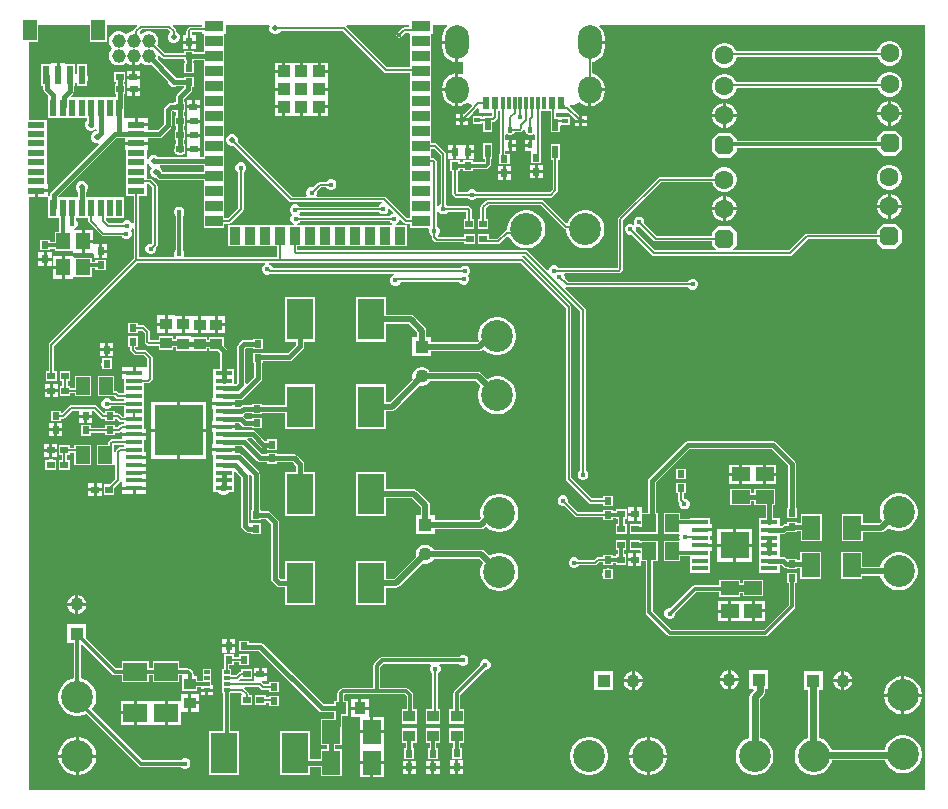
<source format=gbr>
%TF.GenerationSoftware,Altium Limited,Altium Designer,21.7.2 (23)*%
G04 Layer_Physical_Order=1*
G04 Layer_Color=255*
%FSLAX45Y45*%
%MOMM*%
%TF.SameCoordinates,ACC8E456-25BC-4CB5-B469-56B585E6E94B*%
%TF.FilePolarity,Positive*%
%TF.FileFunction,Copper,L1,Top,Signal*%
%TF.Part,Single*%
G01*
G75*
%TA.AperFunction,ConnectorPad*%
%ADD10R,1.50000X0.90000*%
%ADD11R,0.90000X1.50000*%
%TA.AperFunction,BGAPad,CuDef*%
%ADD12R,1.00000X1.00000*%
%TA.AperFunction,SMDPad,CuDef*%
%ADD13R,1.47500X0.45000*%
%ADD14R,2.46000X2.31000*%
%ADD15R,1.52400X2.00000*%
%ADD16R,0.60000X0.63500*%
%ADD17R,0.96520X1.00000*%
%ADD18R,4.11000X4.36000*%
%ADD19R,1.00000X0.96520*%
%ADD20R,1.14300X1.50000*%
%ADD21R,0.63500X0.60000*%
%ADD22R,0.60000X1.47500*%
%ADD23R,1.47500X0.60000*%
%ADD24R,1.20000X1.40000*%
%ADD25R,0.47500X0.30000*%
%ADD26R,0.50000X1.07500*%
%ADD27R,0.40000X0.48000*%
%ADD28R,0.48000X0.40000*%
%ADD29R,0.30000X1.10000*%
%ADD30R,0.60000X1.10000*%
%ADD31R,1.50000X1.14300*%
%ADD32R,2.30000X3.50000*%
%ADD33R,0.60000X1.60000*%
%ADD34R,1.20000X1.80000*%
%ADD35R,2.00000X1.52400*%
%TA.AperFunction,Conductor*%
%ADD36C,0.40000*%
%ADD37C,0.60000*%
%ADD38C,0.30000*%
%ADD39C,0.20000*%
%ADD40C,0.50000*%
%TA.AperFunction,ComponentPad*%
%ADD41C,1.60000*%
G04:AMPARAMS|DCode=42|XSize=1.6mm|YSize=1.6mm|CornerRadius=0mm|HoleSize=0mm|Usage=FLASHONLY|Rotation=90.000|XOffset=0mm|YOffset=0mm|HoleType=Round|Shape=Octagon|*
%AMOCTAGOND42*
4,1,8,0.40000,0.80000,-0.40000,0.80000,-0.80000,0.40000,-0.80000,-0.40000,-0.40000,-0.80000,0.40000,-0.80000,0.80000,-0.40000,0.80000,0.40000,0.40000,0.80000,0.0*
%
%ADD42OCTAGOND42*%

%ADD43C,2.70000*%
%ADD44R,1.10000X1.10000*%
%ADD45C,1.10000*%
%ADD46R,1.10000X1.10000*%
%ADD47C,1.15000*%
%ADD48O,2.00000X2.85000*%
%ADD49O,2.00000X2.28000*%
%TA.AperFunction,ViaPad*%
%ADD50C,0.40000*%
%ADD51C,0.60000*%
%ADD52C,0.50000*%
G36*
X1545760Y6540645D02*
X1446875D01*
X1438018Y6538883D01*
X1430510Y6533866D01*
X1418794Y6522150D01*
X1413777Y6514641D01*
X1412015Y6505784D01*
Y6468070D01*
X1379760D01*
Y6423620D01*
X1435160D01*
X1490560D01*
Y6468070D01*
X1458304D01*
Y6494355D01*
X1545760D01*
Y6477100D01*
X1558460D01*
Y6362800D01*
X1558459D01*
Y6351199D01*
X1558460D01*
Y6327130D01*
X1477860D01*
Y6338530D01*
X1392460D01*
Y6317225D01*
X1230167D01*
X1164827Y6382564D01*
X1169410Y6390502D01*
X1175060Y6411586D01*
Y6433414D01*
X1169410Y6454498D01*
X1158496Y6473402D01*
X1143062Y6488836D01*
X1124158Y6499751D01*
X1103074Y6505400D01*
X1081246D01*
X1060162Y6499751D01*
X1041258Y6488836D01*
X1028660Y6476238D01*
X1019125Y6485773D01*
X1016674Y6501283D01*
X1034746Y6519355D01*
X1255573D01*
X1277123Y6497805D01*
X1276610Y6495227D01*
X1262433Y6481049D01*
X1254760Y6462525D01*
Y6442475D01*
X1262433Y6423951D01*
X1276610Y6409773D01*
X1295135Y6402100D01*
X1315185D01*
X1333709Y6409773D01*
X1347887Y6423951D01*
X1355560Y6442475D01*
Y6462525D01*
X1347887Y6481049D01*
X1333709Y6495227D01*
X1328304Y6497466D01*
Y6502500D01*
X1326543Y6511357D01*
X1321525Y6518866D01*
X1295314Y6545078D01*
X1300174Y6556811D01*
X1545760D01*
Y6540645D01*
D02*
G37*
G36*
X3295760Y6535645D02*
X3252660D01*
X3243803Y6533883D01*
X3236294Y6528866D01*
X3196294Y6488866D01*
X3191277Y6481357D01*
X3189515Y6472500D01*
X3191277Y6463643D01*
X3196294Y6456134D01*
X3203803Y6451117D01*
X3212660Y6449355D01*
X3221517Y6451117D01*
X3229026Y6456134D01*
X3262247Y6489355D01*
X3295760D01*
Y6477100D01*
X3308460D01*
Y6363900D01*
X3308460Y6362800D01*
Y6351200D01*
X3308460Y6350100D01*
Y6236900D01*
X3308460Y6235800D01*
Y6224200D01*
X3308460Y6223100D01*
Y6195645D01*
X3114746D01*
X2766524Y6543867D01*
X2766159Y6544111D01*
X2770012Y6556811D01*
X3295760D01*
Y6535645D01*
D02*
G37*
G36*
X7669311Y80689D02*
X80689D01*
Y5097100D01*
X128660D01*
Y5152499D01*
X141360D01*
Y5165199D01*
X240510D01*
Y5207900D01*
X227810D01*
Y5269800D01*
Y5349800D01*
Y5429800D01*
Y5509800D01*
Y5589800D01*
Y5669800D01*
Y5755200D01*
X80689D01*
Y6409800D01*
X157860D01*
Y6556811D01*
X592460D01*
Y6409800D01*
X737860D01*
Y6556811D01*
X990146D01*
X995006Y6545078D01*
X966971Y6517043D01*
X961954Y6509535D01*
X961132Y6505400D01*
X954246D01*
X933162Y6499751D01*
X914258Y6488836D01*
X901660Y6476238D01*
X889062Y6488836D01*
X870158Y6499751D01*
X849074Y6505400D01*
X827246D01*
X806162Y6499751D01*
X787258Y6488836D01*
X771823Y6473402D01*
X760909Y6454498D01*
X755260Y6433414D01*
Y6411586D01*
X760909Y6390502D01*
X771823Y6371598D01*
X784422Y6359000D01*
X771823Y6346402D01*
X760909Y6327498D01*
X755260Y6306414D01*
Y6284586D01*
X760909Y6263502D01*
X771823Y6244598D01*
X787258Y6229164D01*
X806162Y6218249D01*
X827246Y6212600D01*
X849074D01*
X870158Y6218249D01*
X889062Y6229164D01*
X901660Y6241762D01*
X914258Y6229164D01*
X933162Y6218249D01*
X952460Y6213079D01*
Y6295499D01*
X977860D01*
Y6213079D01*
X997158Y6218249D01*
X1016062Y6229164D01*
X1028660Y6241762D01*
X1041258Y6229164D01*
X1060162Y6218249D01*
X1081246Y6212600D01*
X1103074D01*
X1122661Y6217848D01*
X1257100Y6083409D01*
Y6068469D01*
X1264012Y6051783D01*
X1276783Y6039012D01*
X1293469Y6032100D01*
X1311531D01*
X1328217Y6039012D01*
X1329945Y6040739D01*
X1391819D01*
Y6026470D01*
X1331585Y5966235D01*
X1324357Y5955419D01*
X1321819Y5942660D01*
Y5905200D01*
X1310710D01*
Y5895840D01*
X1278432D01*
X1265673Y5893302D01*
X1254856Y5886075D01*
X1231425Y5862644D01*
X1224197Y5851827D01*
X1221659Y5839068D01*
Y5718810D01*
X1168690Y5665841D01*
X1088110D01*
Y5699799D01*
X988960D01*
Y5712499D01*
X976260D01*
Y5767900D01*
X899752D01*
X889535Y5769575D01*
X887860Y5779792D01*
Y5942750D01*
X880080D01*
Y5969800D01*
X892770D01*
Y6055200D01*
X880870D01*
Y6069800D01*
X891190D01*
Y6155200D01*
X802290D01*
Y6069800D01*
X814189D01*
Y6055200D01*
X803870D01*
Y5969800D01*
X813399D01*
Y5942750D01*
X439154D01*
X434294Y5954483D01*
X448735Y5968924D01*
X455962Y5979741D01*
X458500Y5992500D01*
Y6039800D01*
X467860D01*
Y6062051D01*
X480560Y6067642D01*
X482460Y6065902D01*
Y6039800D01*
X567860D01*
Y6073924D01*
X567887Y6073951D01*
X575560Y6092475D01*
Y6112525D01*
X567887Y6131049D01*
X567860Y6131076D01*
Y6225200D01*
X482460D01*
Y6139098D01*
X480560Y6137358D01*
X467860Y6142948D01*
Y6225200D01*
X382460Y6225200D01*
X380560Y6237112D01*
Y6237900D01*
X337860D01*
Y6132500D01*
X312460D01*
Y6237900D01*
X269760D01*
Y6237113D01*
X267860Y6225200D01*
X257060Y6225200D01*
X182460D01*
Y6039800D01*
X201819D01*
Y6009840D01*
X204357Y5997081D01*
X211585Y5986265D01*
X242417Y5955432D01*
X242460Y5942750D01*
X242460D01*
Y5769850D01*
X571819D01*
Y5750436D01*
X562433Y5741049D01*
X554760Y5722525D01*
Y5702475D01*
X562433Y5683951D01*
X576610Y5669773D01*
X595135Y5662100D01*
X615185D01*
X633709Y5669773D01*
X639119Y5675183D01*
X651819Y5669922D01*
Y5655983D01*
X642051D01*
X623527Y5648310D01*
X609350Y5634132D01*
X601676Y5615608D01*
Y5595558D01*
X609350Y5577034D01*
X623527Y5562856D01*
X642051Y5555183D01*
X662102D01*
X662904Y5555515D01*
X670098Y5544749D01*
X263906Y5138557D01*
X256679Y5127740D01*
X254141Y5114981D01*
Y5107735D01*
X253380Y5107040D01*
X252550D01*
X241760Y5111923D01*
X240510Y5114031D01*
Y5139799D01*
X154060D01*
Y5097100D01*
X230567D01*
X240784Y5095424D01*
X242460Y5085208D01*
Y4922250D01*
X336917D01*
Y4805200D01*
X297460D01*
Y4719163D01*
X257860D01*
Y4735370D01*
X172460D01*
Y4646470D01*
X257860D01*
Y4662677D01*
X297460D01*
Y4639800D01*
X442060D01*
X442860Y4639800D01*
X454760Y4637869D01*
Y4627100D01*
X527460D01*
Y4722500D01*
Y4817900D01*
X465166D01*
X462640Y4830600D01*
X470877Y4834012D01*
X483648Y4846783D01*
X490560Y4863469D01*
Y4881531D01*
X483648Y4898217D01*
X473403Y4908463D01*
Y4922250D01*
X582015D01*
Y4894841D01*
X583777Y4885983D01*
X588794Y4878475D01*
X693634Y4773634D01*
X701143Y4768617D01*
X710000Y4766855D01*
X864006D01*
X866210Y4761534D01*
X878981Y4748762D01*
X895668Y4741851D01*
X913729D01*
X930415Y4748762D01*
X943187Y4761534D01*
X950098Y4778220D01*
Y4796281D01*
X943187Y4812968D01*
X938930Y4817225D01*
X950988Y4829283D01*
X953115Y4834417D01*
X965815Y4831891D01*
Y4575627D01*
X252714Y3862526D01*
X247697Y3855018D01*
X245935Y3846160D01*
Y3627700D01*
X224630D01*
Y3542300D01*
X313530D01*
Y3627700D01*
X292225D01*
Y3836574D01*
X998547Y4542895D01*
X2079413D01*
X2081940Y4530195D01*
X2071783Y4525988D01*
X2059012Y4513217D01*
X2052100Y4496531D01*
Y4478469D01*
X2059012Y4461783D01*
X2071783Y4449012D01*
X2088469Y4442100D01*
X2106531D01*
X2123217Y4449012D01*
X2123561Y4449355D01*
X3167938D01*
X3170465Y4436655D01*
X3156783Y4430988D01*
X3144012Y4418217D01*
X3137100Y4401531D01*
Y4383469D01*
X3144012Y4366783D01*
X3156783Y4354012D01*
X3173469Y4347100D01*
X3191531D01*
X3208217Y4354012D01*
X3220988Y4366783D01*
X3226587Y4380299D01*
X3722328D01*
X3723394Y4377727D01*
X3736165Y4364955D01*
X3752852Y4358044D01*
X3770913D01*
X3787599Y4364955D01*
X3800371Y4377727D01*
X3807282Y4394413D01*
Y4412474D01*
X3800371Y4429161D01*
X3794368Y4435163D01*
X3805988Y4446783D01*
X3812900Y4463469D01*
Y4481531D01*
X3805988Y4498217D01*
X3793217Y4510988D01*
X3776531Y4517900D01*
X3758469D01*
X3741783Y4510988D01*
X3729012Y4498217D01*
X3727946Y4495645D01*
X2142900D01*
Y4496531D01*
X2135988Y4513217D01*
X2123217Y4525988D01*
X2113060Y4530195D01*
X2115587Y4542895D01*
X4241873D01*
X4624355Y4160413D01*
Y2712500D01*
X4626117Y2703643D01*
X4631134Y2696134D01*
X4820214Y2507054D01*
X4827723Y2502037D01*
X4836580Y2500275D01*
X4942300D01*
Y2478970D01*
X5027700D01*
Y2567870D01*
X4942300D01*
Y2546565D01*
X4846167D01*
X4670645Y2722087D01*
Y4170000D01*
X4668883Y4178857D01*
X4663866Y4186366D01*
X4267826Y4582406D01*
X4260317Y4587423D01*
X4251460Y4589185D01*
X4251532Y4601855D01*
X4277913D01*
X4746918Y4132851D01*
Y2786650D01*
X4744346Y2785585D01*
X4731574Y2772813D01*
X4724663Y2756127D01*
Y2738066D01*
X4731574Y2721379D01*
X4744346Y2708608D01*
X4761032Y2701696D01*
X4779093D01*
X4795780Y2708608D01*
X4808551Y2721379D01*
X4815463Y2738066D01*
Y2756127D01*
X4808551Y2772813D01*
X4795780Y2785585D01*
X4793207Y2786650D01*
Y4142437D01*
X4791446Y4151294D01*
X4786428Y4158803D01*
X4621352Y4323880D01*
X4621821Y4326269D01*
X4632500Y4336855D01*
X5657946D01*
X5659012Y4334283D01*
X5671783Y4321512D01*
X5688469Y4314600D01*
X5706531D01*
X5723217Y4321512D01*
X5735988Y4334283D01*
X5742900Y4350969D01*
Y4369031D01*
X5735988Y4385717D01*
X5723217Y4398488D01*
X5706531Y4405400D01*
X5688469D01*
X5671783Y4398488D01*
X5659012Y4385717D01*
X5657946Y4383145D01*
X4642087D01*
X4614334Y4410897D01*
X4615400Y4413469D01*
Y4431531D01*
X4612035Y4439655D01*
X4620521Y4452355D01*
X5075784D01*
X5084642Y4454117D01*
X5092150Y4459134D01*
X5103866Y4470850D01*
X5108883Y4478358D01*
X5110645Y4487216D01*
Y4900413D01*
X5434220Y5223988D01*
X5862744D01*
X5867443Y5206450D01*
X5881319Y5182416D01*
X5900943Y5162792D01*
X5924977Y5148916D01*
X5951784Y5141733D01*
X5979536D01*
X6006343Y5148916D01*
X6030377Y5162792D01*
X6050001Y5182416D01*
X6063877Y5206450D01*
X6071060Y5233257D01*
Y5261009D01*
X6063877Y5287816D01*
X6050001Y5311850D01*
X6030377Y5331474D01*
X6006343Y5345350D01*
X5979536Y5352533D01*
X5951784D01*
X5924977Y5345350D01*
X5900943Y5331474D01*
X5881319Y5311850D01*
X5867443Y5287816D01*
X5862744Y5270278D01*
X5424633D01*
X5415776Y5268516D01*
X5408267Y5263499D01*
X5071134Y4926366D01*
X5066117Y4918857D01*
X5064355Y4910000D01*
Y4498645D01*
X4562021D01*
X4561467Y4499980D01*
X4548696Y4512752D01*
X4532010Y4519663D01*
X4513948D01*
X4497262Y4512752D01*
X4484491Y4499980D01*
X4478258Y4484934D01*
X4465846Y4479386D01*
X4303866Y4641366D01*
X4296357Y4646383D01*
X4287500Y4648145D01*
X2350645D01*
Y4683800D01*
X2387260D01*
X2388360Y4683800D01*
X2399960D01*
X2401060Y4683800D01*
X2514260D01*
X2515360Y4683800D01*
X2526960D01*
X2528060Y4683800D01*
X2641260D01*
X2642360Y4683800D01*
X2653960D01*
X2655060Y4683800D01*
X2768260D01*
X2769360Y4683800D01*
X2780960D01*
X2782060Y4683800D01*
X2895260D01*
X2896360Y4683800D01*
X2907960D01*
X2909060Y4683800D01*
X3022260D01*
X3023360Y4683800D01*
X3034960D01*
X3036060Y4683800D01*
X3149260D01*
X3150360Y4683800D01*
X3161960D01*
X3163060Y4683800D01*
X3277360D01*
Y4859200D01*
X3189608D01*
X3187082Y4871900D01*
X3198217Y4876512D01*
X3210988Y4889283D01*
X3215878Y4901089D01*
X3229633Y4905295D01*
X3254794Y4880134D01*
X3262303Y4875117D01*
X3271160Y4873355D01*
X3308460D01*
Y4838800D01*
X3461542D01*
X3470028Y4826100D01*
X3467100Y4819031D01*
Y4800969D01*
X3474012Y4784283D01*
X3486783Y4771512D01*
X3488855Y4770653D01*
Y4760500D01*
X3490617Y4751643D01*
X3495634Y4744135D01*
X3518634Y4721134D01*
X3526143Y4716117D01*
X3535000Y4714355D01*
X3764790D01*
Y4699800D01*
X3793691D01*
X3800209Y4697100D01*
X3818270D01*
X3824789Y4699800D01*
X3853690D01*
Y4731176D01*
X3854640Y4733469D01*
Y4751531D01*
X3853690Y4753824D01*
Y4785200D01*
X3824789D01*
X3818270Y4787900D01*
X3800209D01*
X3793691Y4785200D01*
X3764790D01*
Y4760645D01*
X3544587D01*
X3544265Y4760966D01*
X3538217Y4771512D01*
X3550988Y4784283D01*
X3557900Y4800969D01*
Y4819031D01*
X3550988Y4835717D01*
X3538217Y4848488D01*
X3535145Y4849761D01*
Y4972074D01*
X3547845Y4974601D01*
X3549012Y4971783D01*
X3561783Y4959012D01*
X3578469Y4952100D01*
X3596531D01*
X3613217Y4959012D01*
X3625988Y4971783D01*
X3627054Y4974355D01*
X3782311D01*
Y4916316D01*
X3779739Y4915251D01*
X3777188Y4912700D01*
X3762290D01*
Y4891186D01*
X3760056Y4885793D01*
Y4867732D01*
X3762290Y4862339D01*
Y4827300D01*
X3851190D01*
Y4912700D01*
X3833724D01*
X3831173Y4915251D01*
X3828601Y4916316D01*
Y4985784D01*
X3826839Y4994642D01*
X3821822Y5002150D01*
X3810106Y5013866D01*
X3802597Y5018883D01*
X3793740Y5020645D01*
X3627054D01*
X3625988Y5023217D01*
X3613217Y5035988D01*
X3610645Y5037054D01*
Y5462500D01*
X3608883Y5471357D01*
X3603866Y5478866D01*
X3534866Y5547865D01*
X3527357Y5552883D01*
X3518500Y5554644D01*
X3483860D01*
Y5588100D01*
X3483860Y5589200D01*
Y5600800D01*
X3483860Y5601900D01*
Y5715100D01*
X3483860Y5716200D01*
Y5727800D01*
X3483860Y5728900D01*
Y5842100D01*
X3483860Y5843200D01*
Y5854800D01*
X3483860Y5855900D01*
Y5969100D01*
X3483860Y5970200D01*
Y5981800D01*
X3483860Y5982900D01*
Y6096100D01*
X3483860Y6097200D01*
Y6108800D01*
X3483860Y6109900D01*
Y6223100D01*
X3483860Y6224200D01*
Y6235800D01*
X3483860Y6236900D01*
Y6350100D01*
X3483860Y6351200D01*
Y6362800D01*
X3483860Y6363900D01*
Y6477100D01*
X3496560D01*
Y6556811D01*
X3616611D01*
X3620694Y6544785D01*
X3613723Y6539436D01*
X3593623Y6513241D01*
X3580988Y6482736D01*
X3576678Y6450000D01*
Y6420200D01*
X3703160D01*
Y6407500D01*
X3715860D01*
Y6240190D01*
X3735896Y6242828D01*
X3743909Y6246147D01*
X3754469Y6239091D01*
Y6147409D01*
X3743909Y6140353D01*
X3735896Y6143672D01*
X3715860Y6146310D01*
Y6007501D01*
Y5868690D01*
X3735896Y5871328D01*
X3766401Y5883963D01*
X3786248Y5899193D01*
X3794814Y5892620D01*
X3814276Y5884559D01*
X3825101Y5883134D01*
X3829653Y5869725D01*
X3804794Y5844866D01*
X3800766Y5838838D01*
X3759828Y5797900D01*
X3755860D01*
Y5765200D01*
X3792591D01*
X3837526Y5810134D01*
X3841554Y5816163D01*
X3878026Y5852635D01*
X3889760Y5847775D01*
Y5812100D01*
X4000559D01*
X4002015Y5800003D01*
Y5788286D01*
X3998878Y5785149D01*
X3927460D01*
Y5775645D01*
X3911860D01*
Y5785200D01*
X3838460D01*
Y5719800D01*
X3911860D01*
Y5729355D01*
X3927460D01*
Y5652250D01*
X4002860D01*
Y5736143D01*
X4005748D01*
X4014605Y5737905D01*
X4022114Y5742922D01*
X4041525Y5762334D01*
X4046543Y5769842D01*
X4048304Y5778699D01*
Y5824800D01*
X4067015D01*
Y5465370D01*
X4062460D01*
Y5376470D01*
X4147860D01*
Y5465370D01*
X4113304D01*
Y5487100D01*
X4142460D01*
Y5536500D01*
Y5585900D01*
X4113304D01*
Y5623242D01*
X4122460Y5631800D01*
X4127654D01*
X4129443Y5630012D01*
X4146129Y5623100D01*
X4164191D01*
X4180877Y5630012D01*
X4182665Y5631800D01*
X4187860D01*
Y5636995D01*
X4193648Y5642783D01*
X4194714Y5645355D01*
X4237342D01*
X4246199Y5647117D01*
X4253707Y5652134D01*
X4265423Y5663850D01*
X4267174Y5666470D01*
X4279874Y5662618D01*
Y5658595D01*
X4286786Y5641908D01*
X4292460Y5636234D01*
Y5631800D01*
X4296894D01*
X4299557Y5629137D01*
X4316243Y5622225D01*
X4334305D01*
X4350991Y5629137D01*
X4353654Y5631800D01*
X4357859D01*
X4367015Y5623242D01*
Y5585900D01*
X4337860D01*
Y5536500D01*
X4325160D01*
Y5523800D01*
X4279760D01*
Y5487100D01*
X4330118D01*
X4332459Y5475370D01*
X4332460D01*
Y5386470D01*
X4417860D01*
Y5475370D01*
X4413304D01*
Y5824800D01*
X4497015D01*
Y5742500D01*
X4497460Y5740264D01*
Y5646050D01*
X4572860D01*
Y5702315D01*
X4582460Y5709800D01*
X4655860D01*
Y5775200D01*
X4582460D01*
X4582460Y5775200D01*
X4572860Y5778951D01*
Y5778950D01*
X4571313Y5778950D01*
X4543305D01*
Y5812100D01*
X4640559D01*
X4640559Y5812100D01*
Y5812100D01*
X4652235Y5808693D01*
X4701760Y5759168D01*
Y5755200D01*
X4738460D01*
Y5787931D01*
X4657282Y5869109D01*
X4662192Y5881809D01*
X4690160D01*
X4711044Y5884559D01*
X4730505Y5892620D01*
X4741571Y5901111D01*
X4763918Y5883963D01*
X4794423Y5871328D01*
X4814459Y5868690D01*
Y6007501D01*
X4827159D01*
Y6020201D01*
X4953642D01*
Y6021500D01*
X4949332Y6054236D01*
X4936696Y6084741D01*
X4916596Y6110936D01*
X4890401Y6131037D01*
X4859896Y6143672D01*
X4850304Y6144935D01*
Y6241565D01*
X4859896Y6242828D01*
X4890401Y6255463D01*
X4916596Y6275564D01*
X4936696Y6301759D01*
X4949332Y6332264D01*
X4953642Y6365000D01*
Y6394800D01*
X4827159D01*
Y6420200D01*
X4953642D01*
Y6450000D01*
X4949332Y6482736D01*
X4936696Y6513241D01*
X4916596Y6539436D01*
X4909626Y6544785D01*
X4913708Y6556811D01*
X7669311D01*
Y80689D01*
D02*
G37*
G36*
X1204214Y6277714D02*
X1211723Y6272697D01*
X1220580Y6270935D01*
X1392460D01*
Y6249630D01*
X1401819D01*
Y6235370D01*
X1392460D01*
Y6146470D01*
X1477860D01*
Y6235370D01*
X1468500D01*
Y6249630D01*
X1477860D01*
Y6260449D01*
X1558460D01*
Y6236900D01*
X1558460Y6235800D01*
Y6224200D01*
X1558460Y6223100D01*
Y6109900D01*
X1558460Y6108800D01*
Y6097200D01*
X1558460Y6096100D01*
Y5982900D01*
X1558460Y5981800D01*
Y5970200D01*
X1558460Y5969100D01*
Y5855900D01*
X1558460Y5854800D01*
Y5843200D01*
X1558460Y5842100D01*
Y5728900D01*
X1558460Y5727800D01*
Y5716200D01*
X1558460Y5715100D01*
Y5601900D01*
X1558460Y5600800D01*
Y5589200D01*
X1558460Y5588100D01*
Y5474900D01*
X1558460Y5473800D01*
Y5462200D01*
X1558460Y5461100D01*
Y5437840D01*
X1539035D01*
X1530730Y5447100D01*
X1530730Y5450541D01*
Y5489800D01*
X1416430D01*
Y5450541D01*
X1416429Y5447100D01*
X1408124Y5437840D01*
X1171096D01*
X1163709Y5445227D01*
X1145185Y5452900D01*
X1125135D01*
X1106610Y5445227D01*
X1092433Y5431049D01*
X1088110Y5420612D01*
X1075410Y5423139D01*
Y5497100D01*
X1088110D01*
Y5539800D01*
X988960D01*
X889810D01*
Y5497100D01*
X902510D01*
Y5429800D01*
Y5349800D01*
Y5269800D01*
Y5189800D01*
Y5109800D01*
X965815D01*
Y4878109D01*
X953115Y4875583D01*
X950988Y4880717D01*
X938217Y4893488D01*
X921531Y4900400D01*
X903469D01*
X886783Y4893488D01*
X874012Y4880717D01*
X872946Y4878145D01*
X754587D01*
X728304Y4904427D01*
Y4922250D01*
X887860D01*
Y5095150D01*
X558500D01*
Y5144564D01*
X567887Y5153951D01*
X575560Y5172475D01*
Y5192525D01*
X567887Y5211049D01*
X553709Y5225227D01*
X535185Y5232900D01*
X515135D01*
X496610Y5225227D01*
X482433Y5211049D01*
X474760Y5192525D01*
Y5172475D01*
X482433Y5153951D01*
X491819Y5144564D01*
Y5095150D01*
X332761D01*
X327500Y5107850D01*
X818810Y5599159D01*
X889810D01*
Y5565200D01*
X988960D01*
X1088110D01*
Y5599159D01*
X1182500D01*
X1195259Y5601697D01*
X1206075Y5608925D01*
X1278575Y5681425D01*
X1285803Y5692241D01*
X1288341Y5705000D01*
Y5825258D01*
X1292242Y5829159D01*
X1310710D01*
Y5819800D01*
X1322609D01*
Y5785200D01*
X1312290D01*
Y5699800D01*
X1323399D01*
Y5665200D01*
X1312290D01*
Y5579800D01*
X1323399D01*
Y5545200D01*
X1312290D01*
Y5513024D01*
X1309600Y5506531D01*
Y5488469D01*
X1312290Y5481976D01*
Y5459800D01*
X1328495D01*
X1329283Y5459012D01*
X1345969Y5452100D01*
X1364031D01*
X1380717Y5459012D01*
X1381505Y5459800D01*
X1401190D01*
Y5545200D01*
X1390080D01*
Y5579800D01*
X1401190D01*
Y5665200D01*
X1390080D01*
Y5699800D01*
X1401190D01*
Y5785200D01*
X1389290D01*
Y5819800D01*
X1399610D01*
Y5905200D01*
X1388500D01*
Y5928850D01*
X1448735Y5989084D01*
X1455962Y5999901D01*
X1458500Y6012660D01*
Y6029630D01*
X1477860D01*
Y6118530D01*
X1392460D01*
Y6107420D01*
X1336785D01*
X1328217Y6115988D01*
X1312179Y6122631D01*
X1169811Y6264999D01*
X1175060Y6284586D01*
Y6288908D01*
X1187760Y6294168D01*
X1204214Y6277714D01*
D02*
G37*
G36*
X1558460Y5346800D02*
X1558459D01*
Y5335199D01*
X1558460D01*
Y5310840D01*
X1207900D01*
Y5320025D01*
X1200227Y5338549D01*
X1186050Y5352727D01*
X1184574Y5367085D01*
X1187918Y5371159D01*
X1558460D01*
Y5346800D01*
D02*
G37*
G36*
X2117487Y6544111D02*
X2114760Y6537526D01*
Y6517476D01*
X2122433Y6498952D01*
X2136610Y6484774D01*
X2155135Y6477101D01*
X2175185D01*
X2193709Y6484774D01*
X2207887Y6498952D01*
X2210125Y6504356D01*
X2740572D01*
X3088794Y6156134D01*
X3096303Y6151117D01*
X3105160Y6149355D01*
X3308460D01*
Y6109900D01*
X3308460Y6108800D01*
Y6097200D01*
X3308460Y6096100D01*
Y5982900D01*
X3308460Y5981800D01*
Y5970200D01*
X3308460Y5969100D01*
Y5855900D01*
X3308460Y5854800D01*
Y5843200D01*
X3308460Y5842100D01*
Y5728900D01*
X3308460Y5727800D01*
Y5716200D01*
X3308460Y5715100D01*
Y5601900D01*
X3308460Y5600800D01*
Y5589200D01*
X3308460Y5588100D01*
Y5474900D01*
X3308460Y5473800D01*
Y5462200D01*
X3308460Y5461100D01*
Y5347900D01*
X3308460Y5346800D01*
Y5335200D01*
X3308460Y5334100D01*
Y5220900D01*
X3308460Y5219800D01*
Y5208200D01*
X3308460Y5207100D01*
Y5093900D01*
X3308460Y5092800D01*
Y5081200D01*
X3308460Y5080100D01*
Y4966900D01*
X3308460Y4965800D01*
Y4954200D01*
X3308460Y4953100D01*
Y4919644D01*
X3280747D01*
X3104025Y5096366D01*
X3096517Y5101383D01*
X3087660Y5103145D01*
X2518861D01*
X2512065Y5115845D01*
X2516923Y5127575D01*
Y5145636D01*
X2515858Y5148208D01*
X2549504Y5181855D01*
X2597946D01*
X2599012Y5179283D01*
X2611783Y5166512D01*
X2628469Y5159600D01*
X2646531D01*
X2663217Y5166512D01*
X2675988Y5179283D01*
X2682900Y5195969D01*
Y5214031D01*
X2675988Y5230717D01*
X2663217Y5243488D01*
X2646531Y5250400D01*
X2628469D01*
X2611783Y5243488D01*
X2599012Y5230717D01*
X2597946Y5228145D01*
X2539918D01*
X2531061Y5226383D01*
X2523552Y5221366D01*
X2483126Y5180940D01*
X2480554Y5182005D01*
X2462492D01*
X2445806Y5175094D01*
X2433035Y5162322D01*
X2426123Y5145636D01*
Y5127575D01*
X2430982Y5115845D01*
X2424185Y5103145D01*
X2309510D01*
X1847262Y5565393D01*
X1849500Y5570798D01*
Y5590848D01*
X1841827Y5609372D01*
X1827650Y5623550D01*
X1809126Y5631223D01*
X1789075D01*
X1770551Y5623550D01*
X1756374Y5609372D01*
X1748701Y5590848D01*
Y5570798D01*
X1756374Y5552274D01*
X1770551Y5538096D01*
X1789075Y5530423D01*
X1809126D01*
X1814530Y5532662D01*
X2283558Y5063634D01*
X2291066Y5058617D01*
X2299924Y5056855D01*
X3066101D01*
X3067271Y5055104D01*
X3067372Y5054084D01*
X3061955Y5040202D01*
X3051783Y5035988D01*
X3039012Y5023217D01*
X3036911Y5018145D01*
X2371018D01*
X2370988Y5018217D01*
X2358217Y5030988D01*
X2341531Y5037900D01*
X2323469D01*
X2306783Y5030988D01*
X2294012Y5018217D01*
X2287100Y5001531D01*
Y4983469D01*
X2294012Y4966783D01*
X2306783Y4954012D01*
X2307699Y4949405D01*
X2299012Y4940717D01*
X2292100Y4924031D01*
Y4905969D01*
X2299012Y4889283D01*
X2311783Y4876512D01*
X2322918Y4871900D01*
X2320392Y4859200D01*
X2274060D01*
X2272960Y4859200D01*
X2261360D01*
X2260260Y4859200D01*
X2147060D01*
X2145960Y4859200D01*
X2134360D01*
X2133260Y4859200D01*
X2020060D01*
X2018960Y4859200D01*
X2007360D01*
X2006260Y4859200D01*
X1893060D01*
X1891960Y4859200D01*
X1880360D01*
X1879260Y4859200D01*
X1764960D01*
Y4683800D01*
X1879260D01*
X1880360Y4683800D01*
X1891960D01*
X1893060Y4683800D01*
X2006260D01*
X2007360Y4683800D01*
X2018960D01*
X2020060Y4683800D01*
X2133260D01*
X2134360Y4683800D01*
X2145960D01*
X2147060Y4683800D01*
X2182897D01*
Y4589185D01*
X1400521D01*
X1392035Y4601885D01*
X1395400Y4610009D01*
Y4628071D01*
X1388488Y4644757D01*
X1379493Y4653753D01*
Y4937787D01*
X1388488Y4946783D01*
X1395400Y4963469D01*
Y4981531D01*
X1388488Y4998217D01*
X1375717Y5010988D01*
X1359031Y5017900D01*
X1340969D01*
X1324283Y5010988D01*
X1311512Y4998217D01*
X1304600Y4981531D01*
Y4963469D01*
X1311512Y4946783D01*
X1323007Y4935288D01*
Y4656253D01*
X1311512Y4644757D01*
X1304600Y4628071D01*
Y4610009D01*
X1307965Y4601885D01*
X1299479Y4589185D01*
X1012104D01*
Y5109800D01*
X1075410D01*
Y5209355D01*
X1092913D01*
X1121855Y5180413D01*
Y4717134D01*
X1119031Y4705400D01*
X1100969D01*
X1084283Y4698488D01*
X1071512Y4685717D01*
X1064600Y4669031D01*
Y4650969D01*
X1071512Y4634283D01*
X1084283Y4621512D01*
X1100969Y4614600D01*
X1119031D01*
X1135717Y4621512D01*
X1148488Y4634283D01*
X1155400Y4650969D01*
Y4669031D01*
X1154126Y4672105D01*
X1161366Y4679345D01*
X1166383Y4686853D01*
X1168145Y4695710D01*
Y5190000D01*
X1166383Y5198857D01*
X1161366Y5206366D01*
X1118866Y5248866D01*
X1111357Y5253883D01*
X1102500Y5255645D01*
X1075410D01*
Y5381861D01*
X1088110Y5384388D01*
X1092433Y5373951D01*
X1106610Y5359773D01*
X1114690Y5356426D01*
X1117670Y5341446D01*
X1114773Y5338549D01*
X1107100Y5320025D01*
Y5299975D01*
X1114773Y5281451D01*
X1128951Y5267273D01*
X1147475Y5259600D01*
X1163456D01*
X1169131Y5253924D01*
X1179948Y5246697D01*
X1192707Y5244159D01*
X1558460D01*
Y5220900D01*
X1558460Y5219800D01*
Y5208200D01*
X1558460Y5207100D01*
Y5093900D01*
X1558460Y5092800D01*
Y5081200D01*
X1558460Y5080100D01*
Y4966900D01*
X1558460Y4965800D01*
Y4954200D01*
X1558460Y4953100D01*
Y4838800D01*
X1733860D01*
Y4873355D01*
X1774000D01*
X1782857Y4875117D01*
X1790365Y4880134D01*
X1888866Y4978634D01*
X1893883Y4986143D01*
X1895645Y4995000D01*
Y5307946D01*
X1898217Y5309012D01*
X1910988Y5321783D01*
X1917900Y5338469D01*
Y5356531D01*
X1910988Y5373217D01*
X1898217Y5385988D01*
X1881531Y5392900D01*
X1863469D01*
X1846783Y5385988D01*
X1834012Y5373217D01*
X1827100Y5356531D01*
Y5338469D01*
X1834012Y5321783D01*
X1846783Y5309012D01*
X1849355Y5307946D01*
Y5004587D01*
X1764413Y4919644D01*
X1733860D01*
Y4953100D01*
X1733860Y4954200D01*
Y4965800D01*
X1733860Y4966900D01*
Y5080100D01*
X1733860Y5081200D01*
Y5092800D01*
X1733860Y5093900D01*
Y5207100D01*
X1733860Y5208200D01*
Y5219800D01*
X1733860Y5220900D01*
Y5335199D01*
X1733860D01*
Y5346800D01*
X1733860D01*
Y5461100D01*
X1733860Y5462200D01*
Y5473800D01*
X1733860Y5474900D01*
Y5588100D01*
X1733860Y5589200D01*
Y5600800D01*
X1733860Y5601900D01*
Y5715100D01*
X1733860Y5716200D01*
Y5727800D01*
X1733860Y5728900D01*
Y5842100D01*
X1733860Y5843200D01*
Y5854800D01*
X1733860Y5855900D01*
Y5969100D01*
X1733860Y5970200D01*
Y5981800D01*
X1733860Y5982900D01*
Y6096100D01*
X1733860Y6097200D01*
Y6108800D01*
X1733860Y6109900D01*
Y6223100D01*
X1733860Y6224200D01*
Y6235800D01*
X1733860Y6236900D01*
Y6351199D01*
X1733860D01*
Y6362800D01*
X1733860D01*
Y6477100D01*
X1746560D01*
Y6556811D01*
X2109001D01*
X2117487Y6544111D01*
D02*
G37*
G36*
X3564355Y5452913D02*
Y5037054D01*
X3561783Y5035988D01*
X3549012Y5023217D01*
X3547845Y5020399D01*
X3535145Y5022926D01*
Y5392784D01*
X3533383Y5401641D01*
X3528366Y5409150D01*
X3516650Y5420865D01*
X3509141Y5425883D01*
X3500284Y5427644D01*
X3483860D01*
Y5461100D01*
X3483860Y5462200D01*
Y5473800D01*
X3483860Y5474900D01*
Y5508355D01*
X3508913D01*
X3564355Y5452913D01*
D02*
G37*
G36*
X3162795Y4972133D02*
X3158589Y4958378D01*
X3146783Y4953488D01*
X3134012Y4940717D01*
X3132946Y4938145D01*
X2377054D01*
X2375988Y4940717D01*
X2363217Y4953488D01*
X2362301Y4958095D01*
X2370988Y4966783D01*
X2373089Y4971855D01*
X3038982D01*
X3039012Y4971783D01*
X3051783Y4959012D01*
X3068469Y4952100D01*
X3086531D01*
X3103217Y4959012D01*
X3115988Y4971783D01*
X3122900Y4988469D01*
Y4994067D01*
X3135600Y4999328D01*
X3162795Y4972133D01*
D02*
G37*
G36*
X3134012Y4889283D02*
X3146783Y4876512D01*
X3149246Y4875491D01*
X3153066Y4862137D01*
X3152465Y4860412D01*
X3149260Y4859200D01*
X3036060D01*
X3034960Y4859200D01*
X3023360D01*
X3022260Y4859200D01*
X2909060D01*
X2907960Y4859200D01*
X2896360D01*
X2895260Y4859200D01*
X2782060D01*
X2780960Y4859200D01*
X2769360D01*
X2768260Y4859200D01*
X2655060D01*
X2653960Y4859200D01*
X2642360D01*
X2641260Y4859200D01*
X2528060D01*
X2526960Y4859200D01*
X2515360D01*
X2514260Y4859200D01*
X2401060D01*
X2399960Y4859200D01*
X2388360D01*
X2387260Y4859200D01*
X2354608D01*
X2352082Y4871900D01*
X2363217Y4876512D01*
X2375988Y4889283D01*
X2377054Y4891855D01*
X3132946D01*
X3134012Y4889283D01*
D02*
G37*
%LPC*%
G36*
X1490560Y6398220D02*
X1447860D01*
Y6353770D01*
X1490560D01*
Y6398220D01*
D02*
G37*
G36*
X1422460D02*
X1379760D01*
Y6353770D01*
X1422460D01*
Y6398220D01*
D02*
G37*
G36*
X7379036Y6422400D02*
X7351284D01*
X7324477Y6415217D01*
X7300443Y6401341D01*
X7280819Y6381717D01*
X7266943Y6357683D01*
X7259899Y6331395D01*
X6068231D01*
X6065877Y6340183D01*
X6052001Y6364217D01*
X6032377Y6383841D01*
X6008343Y6397717D01*
X5981536Y6404900D01*
X5953783D01*
X5926977Y6397717D01*
X5902942Y6383841D01*
X5883319Y6364217D01*
X5869443Y6340183D01*
X5862260Y6313377D01*
Y6285624D01*
X5869443Y6258817D01*
X5883319Y6234783D01*
X5902942Y6215159D01*
X5926977Y6201283D01*
X5953783Y6194100D01*
X5981536D01*
X6008343Y6201283D01*
X6032377Y6215159D01*
X6052001Y6234783D01*
X6065877Y6258817D01*
X6072921Y6285105D01*
X7264588D01*
X7266943Y6276317D01*
X7280819Y6252283D01*
X7300443Y6232659D01*
X7324477Y6218783D01*
X7351284Y6211600D01*
X7379036D01*
X7405843Y6218783D01*
X7429877Y6232659D01*
X7449501Y6252283D01*
X7463377Y6276317D01*
X7470560Y6303124D01*
Y6330876D01*
X7463377Y6357683D01*
X7449501Y6381717D01*
X7429877Y6401341D01*
X7405843Y6415217D01*
X7379036Y6422400D01*
D02*
G37*
G36*
X3690460Y6394800D02*
X3576678D01*
Y6365000D01*
X3580988Y6332264D01*
X3593623Y6301759D01*
X3613723Y6275564D01*
X3639919Y6255463D01*
X3670424Y6242828D01*
X3690460Y6240190D01*
Y6394800D01*
D02*
G37*
G36*
X1020730Y6167900D02*
X976280D01*
Y6125200D01*
X1020730D01*
Y6167900D01*
D02*
G37*
G36*
X950880D02*
X906430D01*
Y6125200D01*
X950880D01*
Y6167900D01*
D02*
G37*
G36*
X7379036Y6160400D02*
X7351284D01*
X7324477Y6153217D01*
X7300443Y6139341D01*
X7280819Y6119717D01*
X7266943Y6095683D01*
X7259899Y6069395D01*
X6068231D01*
X6065877Y6078183D01*
X6052001Y6102217D01*
X6032377Y6121841D01*
X6008343Y6135717D01*
X5981536Y6142900D01*
X5953783D01*
X5926977Y6135717D01*
X5902942Y6121841D01*
X5883319Y6102217D01*
X5869443Y6078183D01*
X5862260Y6051377D01*
Y6023624D01*
X5869443Y5996817D01*
X5883319Y5972783D01*
X5902942Y5953159D01*
X5926977Y5939283D01*
X5953783Y5932100D01*
X5981536D01*
X6008343Y5939283D01*
X6032377Y5953159D01*
X6052001Y5972783D01*
X6065877Y5996817D01*
X6072921Y6023105D01*
X7264588D01*
X7266943Y6014317D01*
X7280819Y5990283D01*
X7300443Y5970659D01*
X7324477Y5956783D01*
X7351284Y5949600D01*
X7379036D01*
X7405843Y5956783D01*
X7429877Y5970659D01*
X7449501Y5990283D01*
X7463377Y6014317D01*
X7470560Y6041124D01*
Y6068876D01*
X7463377Y6095683D01*
X7449501Y6119717D01*
X7429877Y6139341D01*
X7405843Y6153217D01*
X7379036Y6160400D01*
D02*
G37*
G36*
X1020730Y6099800D02*
X906430D01*
Y6057100D01*
X908010D01*
Y6025200D01*
X1022310D01*
Y6067900D01*
X1020730D01*
Y6099800D01*
D02*
G37*
G36*
X3690460Y6146310D02*
X3670424Y6143672D01*
X3639919Y6131037D01*
X3613723Y6110936D01*
X3593623Y6084741D01*
X3580988Y6054236D01*
X3576678Y6021500D01*
Y6020201D01*
X3690460D01*
Y6146310D01*
D02*
G37*
G36*
X1022310Y5999800D02*
X977860D01*
Y5957100D01*
X1022310D01*
Y5999800D01*
D02*
G37*
G36*
X952460D02*
X908010D01*
Y5957100D01*
X952460D01*
Y5999800D01*
D02*
G37*
G36*
X3690460Y5994801D02*
X3576678D01*
Y5993500D01*
X3580988Y5960764D01*
X3593623Y5930259D01*
X3613723Y5904064D01*
X3639919Y5883963D01*
X3670424Y5871328D01*
X3690460Y5868690D01*
Y5994801D01*
D02*
G37*
G36*
X4953642D02*
X4839859D01*
Y5868690D01*
X4859896Y5871328D01*
X4890401Y5883963D01*
X4916596Y5904064D01*
X4936696Y5930259D01*
X4949332Y5960764D01*
X4953642Y5993500D01*
Y5994801D01*
D02*
G37*
G36*
X7379036Y5914400D02*
X7377860D01*
Y5821701D01*
X7470560D01*
Y5822876D01*
X7463377Y5849683D01*
X7449501Y5873717D01*
X7429877Y5893341D01*
X7405843Y5907217D01*
X7379036Y5914400D01*
D02*
G37*
G36*
X7352460D02*
X7351284D01*
X7324477Y5907217D01*
X7300443Y5893341D01*
X7280819Y5873717D01*
X7266943Y5849683D01*
X7259760Y5822876D01*
Y5821701D01*
X7352460D01*
Y5914400D01*
D02*
G37*
G36*
X5981536Y5896900D02*
X5980360D01*
Y5804200D01*
X6073059D01*
Y5805377D01*
X6065877Y5832183D01*
X6052001Y5856217D01*
X6032377Y5875841D01*
X6008343Y5889717D01*
X5981536Y5896900D01*
D02*
G37*
G36*
X5954960D02*
X5953783D01*
X5926977Y5889717D01*
X5902942Y5875841D01*
X5883319Y5856217D01*
X5869443Y5832183D01*
X5862260Y5805377D01*
Y5804200D01*
X5954960D01*
Y5896900D01*
D02*
G37*
G36*
X3730460Y5797900D02*
X3693760D01*
Y5765200D01*
X3730460D01*
Y5797900D01*
D02*
G37*
G36*
X4800560Y5787900D02*
X4763860D01*
Y5755200D01*
X4800560D01*
Y5787900D01*
D02*
G37*
G36*
X1088110Y5767900D02*
X1001660D01*
Y5725199D01*
X1088110D01*
Y5767900D01*
D02*
G37*
G36*
X3792560Y5739800D02*
X3755860D01*
Y5707100D01*
X3792560D01*
Y5739800D01*
D02*
G37*
G36*
X3730460D02*
X3693760D01*
Y5707100D01*
X3730460D01*
Y5739800D01*
D02*
G37*
G36*
X7470560Y5796301D02*
X7377860D01*
Y5703600D01*
X7379036D01*
X7405843Y5710783D01*
X7429877Y5724659D01*
X7449501Y5744283D01*
X7463377Y5768317D01*
X7470560Y5795124D01*
Y5796301D01*
D02*
G37*
G36*
X7352460D02*
X7259760D01*
Y5795124D01*
X7266943Y5768317D01*
X7280819Y5744283D01*
X7300443Y5724659D01*
X7324477Y5710783D01*
X7351284Y5703600D01*
X7352460D01*
Y5796301D01*
D02*
G37*
G36*
X4800560Y5729800D02*
X4763860D01*
Y5697100D01*
X4800560D01*
Y5729800D01*
D02*
G37*
G36*
X4738460D02*
X4701760D01*
Y5697100D01*
X4738460D01*
Y5729800D01*
D02*
G37*
G36*
X6073059Y5778800D02*
X5980360D01*
Y5686100D01*
X5981536D01*
X6008343Y5693283D01*
X6032377Y5707159D01*
X6052001Y5726783D01*
X6065877Y5750817D01*
X6073059Y5777624D01*
Y5778800D01*
D02*
G37*
G36*
X5954960D02*
X5862260D01*
Y5777624D01*
X5869443Y5750817D01*
X5883319Y5726783D01*
X5902942Y5707159D01*
X5926977Y5693283D01*
X5953783Y5686100D01*
X5954960D01*
Y5778800D01*
D02*
G37*
G36*
X7417860Y5660400D02*
X7312460D01*
X7259760Y5607700D01*
Y5574493D01*
X6073059D01*
Y5590200D01*
X6020360Y5642900D01*
X5914960D01*
X5862260Y5590200D01*
Y5484800D01*
X5914960Y5432100D01*
X6020360D01*
X6073059Y5484800D01*
Y5518007D01*
X7259760D01*
Y5502300D01*
X7312460Y5449600D01*
X7417860D01*
X7470560Y5502300D01*
Y5607700D01*
X7417860Y5660400D01*
D02*
G37*
G36*
X4200560Y5585900D02*
X4167860D01*
Y5549200D01*
X4200560D01*
Y5585900D01*
D02*
G37*
G36*
X4312460D02*
X4279760D01*
Y5549200D01*
X4312460D01*
Y5585900D01*
D02*
G37*
G36*
X3850560Y5538070D02*
X3807860D01*
Y5493620D01*
X3850560D01*
Y5538070D01*
D02*
G37*
G36*
X3672460D02*
X3629760D01*
Y5493620D01*
X3672460D01*
Y5538070D01*
D02*
G37*
G36*
X4200560Y5523800D02*
X4167860D01*
Y5487100D01*
X4200560D01*
Y5523800D01*
D02*
G37*
G36*
X3850560Y5468220D02*
X3807860D01*
Y5423770D01*
X3850560D01*
Y5468220D01*
D02*
G37*
G36*
X3782460Y5538070D02*
X3697860D01*
Y5480920D01*
Y5423770D01*
X3782460D01*
Y5480920D01*
Y5538070D01*
D02*
G37*
G36*
X3672460Y5468220D02*
X3629760D01*
Y5423770D01*
X3672460D01*
Y5468220D01*
D02*
G37*
G36*
X4002860Y5552750D02*
X3927460D01*
Y5419850D01*
X3936917D01*
Y5393352D01*
X3935887Y5392323D01*
X3837860D01*
Y5408530D01*
X3752460D01*
Y5392323D01*
X3727860D01*
Y5408530D01*
X3642460D01*
Y5319630D01*
X3662015D01*
Y5129216D01*
X3663777Y5120359D01*
X3668794Y5112850D01*
X3680510Y5101134D01*
X3688018Y5096117D01*
X3696876Y5094355D01*
X3787946D01*
X3789012Y5091783D01*
X3801783Y5079012D01*
X3818469Y5072100D01*
X3836531D01*
X3853217Y5079012D01*
X3865988Y5091783D01*
X3867054Y5094355D01*
X4498444D01*
X4507301Y5096117D01*
X4514810Y5101134D01*
X4551526Y5137850D01*
X4556543Y5145359D01*
X4558305Y5154216D01*
Y5413650D01*
X4572860D01*
Y5546550D01*
X4497460D01*
Y5413650D01*
X4512015D01*
Y5163803D01*
X4488857Y5140645D01*
X3867054D01*
X3865988Y5143217D01*
X3853217Y5155988D01*
X3836531Y5162900D01*
X3818469D01*
X3801783Y5155988D01*
X3789012Y5143217D01*
X3787946Y5140645D01*
X3708304D01*
Y5319630D01*
X3727860D01*
Y5335837D01*
X3752460D01*
Y5319630D01*
X3837860D01*
Y5335837D01*
X3947585D01*
X3947586Y5335837D01*
X3958394Y5337987D01*
X3967557Y5344109D01*
X3985130Y5361682D01*
X3985130Y5361683D01*
X3991253Y5370846D01*
X3993403Y5381654D01*
X3993402Y5381655D01*
Y5419850D01*
X4002860D01*
Y5552750D01*
D02*
G37*
G36*
X4430560Y5371230D02*
X4387860D01*
Y5326780D01*
X4430560D01*
Y5371230D01*
D02*
G37*
G36*
X4362460D02*
X4319760D01*
Y5326780D01*
X4362460D01*
Y5371230D01*
D02*
G37*
G36*
X4160560Y5361230D02*
X4117860D01*
Y5316780D01*
X4160560D01*
Y5361230D01*
D02*
G37*
G36*
X4092460D02*
X4049760D01*
Y5316780D01*
X4092460D01*
Y5361230D01*
D02*
G37*
G36*
X4430560Y5301380D02*
X4387860D01*
Y5256930D01*
X4430560D01*
Y5301380D01*
D02*
G37*
G36*
X4362460D02*
X4319760D01*
Y5256930D01*
X4362460D01*
Y5301380D01*
D02*
G37*
G36*
X4160560Y5291380D02*
X4117860D01*
Y5246930D01*
X4160560D01*
Y5291380D01*
D02*
G37*
G36*
X4092460D02*
X4049760D01*
Y5246930D01*
X4092460D01*
Y5291380D01*
D02*
G37*
G36*
X7377036Y5371210D02*
X7349283D01*
X7322477Y5364028D01*
X7298443Y5350152D01*
X7278819Y5330528D01*
X7264943Y5306494D01*
X7257760Y5279687D01*
Y5251934D01*
X7264943Y5225128D01*
X7278819Y5201093D01*
X7298443Y5181470D01*
X7322477Y5167594D01*
X7349283Y5160411D01*
X7377036D01*
X7403843Y5167594D01*
X7427877Y5181470D01*
X7447501Y5201093D01*
X7461377Y5225128D01*
X7468560Y5251934D01*
Y5279687D01*
X7461377Y5306494D01*
X7447501Y5330528D01*
X7427877Y5350152D01*
X7403843Y5364028D01*
X7377036Y5371210D01*
D02*
G37*
G36*
Y5125210D02*
X7375860D01*
Y5032511D01*
X7468560D01*
Y5033687D01*
X7461377Y5060494D01*
X7447501Y5084528D01*
X7427877Y5104152D01*
X7403843Y5118028D01*
X7377036Y5125210D01*
D02*
G37*
G36*
X7350460D02*
X7349283D01*
X7322477Y5118028D01*
X7298443Y5104152D01*
X7278819Y5084528D01*
X7264943Y5060494D01*
X7257760Y5033687D01*
Y5032511D01*
X7350460D01*
Y5125210D01*
D02*
G37*
G36*
X5979536Y5106533D02*
X5978360D01*
Y5013833D01*
X6071060D01*
Y5015009D01*
X6063877Y5041816D01*
X6050001Y5065850D01*
X6030377Y5085474D01*
X6006343Y5099350D01*
X5979536Y5106533D01*
D02*
G37*
G36*
X5952960D02*
X5951784D01*
X5924977Y5099350D01*
X5900943Y5085474D01*
X5881319Y5065850D01*
X5867443Y5041816D01*
X5860260Y5015009D01*
Y5013833D01*
X5952960D01*
Y5106533D01*
D02*
G37*
G36*
X7468560Y5007111D02*
X7375860D01*
Y4914411D01*
X7377036D01*
X7403843Y4921594D01*
X7427877Y4935470D01*
X7447501Y4955093D01*
X7461377Y4979128D01*
X7468560Y5005934D01*
Y5007111D01*
D02*
G37*
G36*
X7350460D02*
X7257760D01*
Y5005934D01*
X7264943Y4979128D01*
X7278819Y4955093D01*
X7298443Y4935470D01*
X7322477Y4921594D01*
X7349283Y4914411D01*
X7350460D01*
Y5007111D01*
D02*
G37*
G36*
X6071060Y4988433D02*
X5978360D01*
Y4895733D01*
X5979536D01*
X6006343Y4902916D01*
X6030377Y4916792D01*
X6050001Y4936416D01*
X6063877Y4960450D01*
X6071060Y4987257D01*
Y4988433D01*
D02*
G37*
G36*
X5952960D02*
X5860260D01*
Y4987257D01*
X5867443Y4960450D01*
X5881319Y4936416D01*
X5900943Y4916792D01*
X5924977Y4902916D01*
X5951784Y4895733D01*
X5952960D01*
Y4988433D01*
D02*
G37*
G36*
X5254260Y4934043D02*
X5236199D01*
X5219513Y4927131D01*
X5206741Y4914360D01*
X5199830Y4897674D01*
Y4879612D01*
X5202393Y4873423D01*
X5202333Y4873334D01*
X5192150Y4864966D01*
X5179031Y4870400D01*
X5160969D01*
X5144283Y4863488D01*
X5131512Y4850717D01*
X5124600Y4834031D01*
Y4815969D01*
X5131512Y4799283D01*
X5144283Y4786512D01*
X5160969Y4779600D01*
X5179031D01*
X5181603Y4780666D01*
X5353634Y4608634D01*
X5361143Y4603617D01*
X5370000Y4601855D01*
X6526725D01*
X6535582Y4603617D01*
X6543090Y4608634D01*
X6677122Y4742666D01*
X7257760D01*
Y4713111D01*
X7310460Y4660411D01*
X7415860D01*
X7468560Y4713111D01*
Y4818511D01*
X7415860Y4871210D01*
X7310460D01*
X7257760Y4818511D01*
Y4788955D01*
X6667535D01*
X6658678Y4787194D01*
X6651170Y4782176D01*
X6517138Y4648145D01*
X6041365D01*
X6036505Y4659878D01*
X6071060Y4694433D01*
Y4799833D01*
X6018360Y4852533D01*
X5912960D01*
X5860260Y4799833D01*
Y4770278D01*
X5396326D01*
X5289564Y4877040D01*
X5290629Y4879612D01*
Y4897674D01*
X5283718Y4914360D01*
X5270947Y4927131D01*
X5254260Y4934043D01*
D02*
G37*
G36*
X4305958Y4985400D02*
X4274362D01*
X4243373Y4979236D01*
X4214182Y4967145D01*
X4187911Y4949591D01*
X4165570Y4927249D01*
X4148016Y4900978D01*
X4135924Y4871787D01*
X4129760Y4840798D01*
Y4818305D01*
X4125160D01*
X4116303Y4816544D01*
X4108795Y4811526D01*
X4042913Y4745645D01*
X3970530D01*
Y4785200D01*
X3881630D01*
Y4699800D01*
X3943844D01*
X3946080Y4699355D01*
X4052500D01*
X4061357Y4701117D01*
X4068866Y4706134D01*
X4127674Y4764943D01*
X4142655Y4761963D01*
X4148016Y4749022D01*
X4165570Y4722751D01*
X4187911Y4700409D01*
X4214182Y4682856D01*
X4243373Y4670764D01*
X4274362Y4664600D01*
X4305958D01*
X4336947Y4670764D01*
X4366138Y4682856D01*
X4392410Y4700409D01*
X4414751Y4722751D01*
X4432305Y4749022D01*
X4444396Y4778213D01*
X4450560Y4809202D01*
Y4840798D01*
X4444396Y4871787D01*
X4432305Y4900978D01*
X4414751Y4927249D01*
X4392410Y4949591D01*
X4366138Y4967145D01*
X4336947Y4979236D01*
X4305958Y4985400D01*
D02*
G37*
G36*
X625560Y4817900D02*
X552860D01*
Y4735200D01*
X625560D01*
Y4817900D01*
D02*
G37*
G36*
X4420000Y5075645D02*
X3966716D01*
X3957858Y5073883D01*
X3950350Y5068866D01*
X3908964Y5027480D01*
X3903947Y5019971D01*
X3902185Y5011114D01*
Y4912700D01*
X3879130D01*
Y4827300D01*
X3968030D01*
Y4912700D01*
X3948474D01*
Y5001527D01*
X3976302Y5029355D01*
X4410413D01*
X4608795Y4830974D01*
X4616303Y4825957D01*
X4625160Y4824195D01*
X4629760D01*
Y4809202D01*
X4635924Y4778213D01*
X4648016Y4749022D01*
X4665570Y4722751D01*
X4687911Y4700409D01*
X4714182Y4682856D01*
X4743373Y4670764D01*
X4774362Y4664600D01*
X4805958D01*
X4836947Y4670764D01*
X4866138Y4682856D01*
X4892410Y4700409D01*
X4914751Y4722751D01*
X4932305Y4749022D01*
X4944396Y4778213D01*
X4950560Y4809202D01*
Y4840798D01*
X4944396Y4871787D01*
X4932305Y4900978D01*
X4914751Y4927249D01*
X4892410Y4949591D01*
X4866138Y4967145D01*
X4836947Y4979236D01*
X4805958Y4985400D01*
X4774362D01*
X4743373Y4979236D01*
X4714182Y4967145D01*
X4687911Y4949591D01*
X4665570Y4927249D01*
X4648016Y4900978D01*
X4640459Y4882734D01*
X4625478Y4879754D01*
X4436366Y5068866D01*
X4428857Y5073883D01*
X4420000Y5075645D01*
D02*
G37*
G36*
X697860Y4698070D02*
Y4653620D01*
X740560D01*
Y4698070D01*
X697860D01*
D02*
G37*
G36*
X270560Y4631230D02*
X227860D01*
Y4586780D01*
X270560D01*
Y4631230D01*
D02*
G37*
G36*
X202460D02*
X159760D01*
Y4586780D01*
X202460D01*
Y4631230D01*
D02*
G37*
G36*
X740560Y4628220D02*
X697860D01*
Y4583770D01*
X740560D01*
Y4628220D01*
D02*
G37*
G36*
X625560Y4709800D02*
X552860D01*
Y4627100D01*
X617059D01*
X625560Y4627100D01*
X629760Y4616140D01*
Y4583770D01*
X672460D01*
Y4640920D01*
Y4698070D01*
X629760D01*
X625560Y4709030D01*
Y4709800D01*
D02*
G37*
G36*
X270560Y4561380D02*
X227860D01*
Y4516930D01*
X270560D01*
Y4561380D01*
D02*
G37*
G36*
X202460D02*
X159760D01*
Y4516930D01*
X202460D01*
Y4561380D01*
D02*
G37*
G36*
X357460Y4597900D02*
X284760D01*
Y4515200D01*
X357460D01*
Y4597900D01*
D02*
G37*
G36*
X455560D02*
X382860D01*
Y4502500D01*
Y4407100D01*
X455560D01*
Y4417869D01*
X467460Y4419800D01*
X468260Y4419800D01*
X612860D01*
Y4495837D01*
X642460D01*
Y4479630D01*
X727860D01*
Y4568530D01*
X642460D01*
Y4552323D01*
X612860D01*
Y4585200D01*
X468260D01*
X467460Y4585200D01*
X455560Y4587130D01*
Y4597900D01*
D02*
G37*
G36*
X357460Y4489800D02*
X284760D01*
Y4407100D01*
X357460D01*
Y4489800D01*
D02*
G37*
G36*
X1227300Y4097440D02*
X1164600D01*
Y4036480D01*
X1227300D01*
Y4097440D01*
D02*
G37*
G36*
X1740400Y4092440D02*
X1677700D01*
Y4031480D01*
X1740400D01*
Y4092440D01*
D02*
G37*
G36*
X1227300Y4011080D02*
X1164600D01*
Y3950120D01*
X1227300D01*
Y4011080D01*
D02*
G37*
G36*
X1315400Y4097440D02*
X1252700D01*
Y4023780D01*
Y3950120D01*
X1309600D01*
Y3947620D01*
X1372300D01*
Y4021280D01*
Y4094940D01*
X1315400D01*
Y4097440D01*
D02*
G37*
G36*
X1740400Y4006080D02*
X1677700D01*
Y3945120D01*
X1740400D01*
Y4006080D01*
D02*
G37*
G36*
X1652300Y4092440D02*
X1537700D01*
Y4018780D01*
Y3945120D01*
X1652300D01*
Y4018780D01*
Y4092440D01*
D02*
G37*
G36*
X1460400Y4094940D02*
X1397700D01*
Y4021280D01*
Y3947620D01*
X1449600D01*
Y3945120D01*
X1512300D01*
Y4018780D01*
Y4092440D01*
X1460400D01*
Y4094940D01*
D02*
G37*
G36*
X792900Y3863070D02*
X750200D01*
Y3818620D01*
X792900D01*
Y3863070D01*
D02*
G37*
G36*
X724800D02*
X682100D01*
Y3818620D01*
X724800D01*
Y3863070D01*
D02*
G37*
G36*
X2505200Y4250200D02*
X2249800D01*
Y3874800D01*
X2344160D01*
Y3848810D01*
X2271190Y3775841D01*
X2060200D01*
Y3781030D01*
X1974800D01*
Y3692130D01*
X1984159D01*
Y3578810D01*
X1923540Y3518191D01*
X1910840Y3523451D01*
Y3816190D01*
X1914730Y3820079D01*
X1974800D01*
Y3808970D01*
X2060200D01*
Y3897870D01*
X1974800D01*
Y3886761D01*
X1900920D01*
X1888161Y3884223D01*
X1877345Y3876996D01*
X1853925Y3853575D01*
X1846697Y3842759D01*
X1844159Y3830000D01*
Y3526697D01*
X1830803Y3513340D01*
X1812750D01*
Y3574800D01*
Y3645200D01*
X1759641D01*
Y3794920D01*
X1757103Y3807679D01*
X1749875Y3818495D01*
X1727700Y3840671D01*
Y3917180D01*
X1602300D01*
Y3889560D01*
X1587700D01*
Y3917180D01*
X1462300D01*
Y3890810D01*
X1447700D01*
Y3919680D01*
X1322300D01*
Y3893310D01*
X1302700D01*
Y3922180D01*
X1177300D01*
Y3884365D01*
X1105645D01*
Y3953680D01*
X1103883Y3962537D01*
X1098866Y3970046D01*
X1060706Y4008206D01*
X1053197Y4013223D01*
X1044340Y4014985D01*
X1000200D01*
Y4036290D01*
X914800D01*
Y3947390D01*
X1000200D01*
Y3968695D01*
X1034753D01*
X1059355Y3944093D01*
Y3872936D01*
X1061117Y3864078D01*
X1066134Y3856570D01*
X1077850Y3844854D01*
X1085359Y3839837D01*
X1094216Y3838075D01*
X1177300D01*
Y3800260D01*
X1302700D01*
Y3826629D01*
X1322300D01*
Y3797760D01*
X1447700D01*
Y3824129D01*
X1462300D01*
Y3795260D01*
X1587700D01*
Y3822879D01*
X1602300D01*
Y3795260D01*
X1647387D01*
X1648980Y3794600D01*
X1671020D01*
X1672613Y3795260D01*
X1678809D01*
X1692960Y3781110D01*
Y3645200D01*
X1639850D01*
Y3574800D01*
Y3509800D01*
Y3397900D01*
X1627150D01*
Y3362700D01*
X1825450D01*
Y3381659D01*
X1867500D01*
X1880259Y3384197D01*
X1891075Y3391425D01*
X2041075Y3541424D01*
X2048302Y3552241D01*
X2050840Y3565000D01*
Y3692130D01*
X2060200D01*
Y3709159D01*
X2285000D01*
X2297759Y3711697D01*
X2308575Y3718925D01*
X2401075Y3811425D01*
X2408303Y3822241D01*
X2410841Y3835000D01*
Y3874800D01*
X2505200D01*
Y4250200D01*
D02*
G37*
G36*
X3105200D02*
X2849800D01*
Y3874800D01*
X3105200D01*
Y4024062D01*
X3294078D01*
X3366561Y3951578D01*
Y3910400D01*
X3324600D01*
Y3749600D01*
X3485400D01*
Y3791561D01*
X3892967D01*
X3892968Y3791561D01*
X3907678Y3794487D01*
X3920149Y3802820D01*
X3926495Y3809166D01*
X3940251Y3795409D01*
X3966522Y3777855D01*
X3995713Y3765764D01*
X4026702Y3759600D01*
X4058298D01*
X4089287Y3765764D01*
X4118478Y3777855D01*
X4144749Y3795409D01*
X4167091Y3817751D01*
X4184645Y3844022D01*
X4196736Y3873213D01*
X4202900Y3904202D01*
Y3935798D01*
X4196736Y3966787D01*
X4184645Y3995978D01*
X4167091Y4022249D01*
X4144749Y4044591D01*
X4118478Y4062145D01*
X4089287Y4074236D01*
X4058298Y4080400D01*
X4026702D01*
X3995713Y4074236D01*
X3966522Y4062145D01*
X3940251Y4044591D01*
X3917909Y4022249D01*
X3900355Y3995978D01*
X3888264Y3966787D01*
X3882100Y3935798D01*
Y3904202D01*
X3887195Y3878587D01*
X3877046Y3868439D01*
X3485400D01*
Y3910400D01*
X3443439D01*
Y3967499D01*
X3443439Y3967500D01*
X3440513Y3982210D01*
X3432180Y3994680D01*
X3337180Y4089680D01*
X3324710Y4098013D01*
X3310000Y4100939D01*
X3309998Y4100939D01*
X3105200D01*
Y4250200D01*
D02*
G37*
G36*
X792900Y3793220D02*
X750200D01*
Y3748770D01*
X792900D01*
Y3793220D01*
D02*
G37*
G36*
X724800D02*
X682100D01*
Y3748770D01*
X724800D01*
Y3793220D01*
D02*
G37*
G36*
X780200Y3733530D02*
X694800D01*
Y3700549D01*
X692100Y3694031D01*
Y3675969D01*
X694800Y3669451D01*
Y3644630D01*
X716326D01*
X728469Y3639600D01*
X746531D01*
X758674Y3644630D01*
X780200D01*
Y3669451D01*
X782900Y3675969D01*
Y3694031D01*
X780200Y3700549D01*
Y3733530D01*
D02*
G37*
G36*
X956000Y3657900D02*
X869550D01*
Y3622700D01*
X956000D01*
Y3657900D01*
D02*
G37*
G36*
X326230Y3515400D02*
X281780D01*
Y3472700D01*
X326230D01*
Y3515400D01*
D02*
G37*
G36*
X256380D02*
X211930D01*
Y3472700D01*
X256380D01*
Y3515400D01*
D02*
G37*
G36*
X1000200Y3919450D02*
X914800D01*
Y3830550D01*
X934355D01*
Y3807500D01*
X936117Y3798643D01*
X941134Y3791134D01*
X966134Y3766134D01*
X973643Y3761117D01*
X982500Y3759355D01*
X1050414D01*
X1079355Y3730413D01*
Y3660784D01*
X1067850Y3657900D01*
Y3657900D01*
X981400D01*
Y3610000D01*
X968700D01*
Y3597300D01*
X869550D01*
Y3562100D01*
X882250D01*
Y3435645D01*
X844587D01*
X828866Y3451366D01*
X821357Y3456383D01*
X812500Y3458145D01*
X801370D01*
Y3587700D01*
X661670D01*
Y3412300D01*
X776433D01*
X778670Y3411855D01*
X802913D01*
X818634Y3396134D01*
X826143Y3391117D01*
X835000Y3389355D01*
X882250D01*
Y3373145D01*
X777054D01*
X775988Y3375717D01*
X763217Y3388488D01*
X746531Y3395400D01*
X728469D01*
X711783Y3388488D01*
X699012Y3375717D01*
X692100Y3359031D01*
Y3340969D01*
X699012Y3324283D01*
X711783Y3311512D01*
X728469Y3304600D01*
X746531D01*
X763217Y3311512D01*
X775988Y3324283D01*
X777054Y3326855D01*
X882250D01*
Y3240734D01*
X869550Y3240682D01*
X850209Y3260023D01*
X842700Y3265040D01*
X833843Y3266802D01*
X810072D01*
Y3288107D01*
X724672D01*
Y3278520D01*
X711972Y3273259D01*
X656366Y3328866D01*
X648857Y3333883D01*
X640000Y3335645D01*
X435000D01*
X426143Y3333883D01*
X418634Y3328866D01*
X362900Y3273131D01*
X350200Y3278392D01*
Y3290370D01*
X264800D01*
Y3201470D01*
X350200D01*
Y3222775D01*
X368420D01*
X377277Y3224537D01*
X384786Y3229554D01*
X444587Y3289355D01*
X504600D01*
Y3253620D01*
X560000D01*
X615400D01*
Y3289355D01*
X630413D01*
X692477Y3227291D01*
X699986Y3222274D01*
X708843Y3220512D01*
X724672D01*
Y3199207D01*
X810072D01*
Y3220512D01*
X824256D01*
X843634Y3201134D01*
X851143Y3196117D01*
X860000Y3194355D01*
X882250D01*
Y3176592D01*
X864950D01*
X856093Y3174830D01*
X848584Y3169813D01*
X828733Y3149962D01*
X810072D01*
Y3171267D01*
X724672D01*
Y3147225D01*
X602700D01*
Y3168530D01*
X517300D01*
Y3079630D01*
X602700D01*
Y3100935D01*
X724672D01*
Y3082367D01*
X810072D01*
Y3103672D01*
X838320D01*
X847177Y3105434D01*
X854685Y3110451D01*
X857817Y3113583D01*
X869550Y3108722D01*
Y3102700D01*
X1067850D01*
Y3137900D01*
X1055150D01*
Y3249800D01*
Y3314800D01*
Y3379800D01*
Y3444800D01*
Y3521855D01*
X1090784D01*
X1099641Y3523617D01*
X1107150Y3528634D01*
X1118866Y3540350D01*
X1123883Y3547859D01*
X1125645Y3556716D01*
Y3740000D01*
X1123883Y3748858D01*
X1118866Y3756366D01*
X1076366Y3798866D01*
X1068858Y3803883D01*
X1060000Y3805645D01*
X992087D01*
X980645Y3817087D01*
Y3830550D01*
X1000200D01*
Y3919450D01*
D02*
G37*
G36*
X430370Y3627700D02*
X341470D01*
Y3542300D01*
X362775D01*
Y3502700D01*
X341470D01*
Y3417300D01*
X430370D01*
Y3436855D01*
X468630D01*
Y3412300D01*
X608330D01*
Y3587700D01*
X468630D01*
Y3483145D01*
X430370D01*
Y3502700D01*
X409065D01*
Y3542300D01*
X430370D01*
Y3627700D01*
D02*
G37*
G36*
X326230Y3447300D02*
X281780D01*
Y3404600D01*
X326230D01*
Y3447300D01*
D02*
G37*
G36*
X256380D02*
X211930D01*
Y3404600D01*
X256380D01*
Y3447300D01*
D02*
G37*
G36*
X2505200Y3512700D02*
X2249800D01*
Y3336761D01*
X2055200D01*
Y3347870D01*
X1969800D01*
Y3336761D01*
X1896735D01*
X1883976Y3334223D01*
X1873160Y3326995D01*
X1864505Y3318341D01*
X1825450D01*
Y3337300D01*
X1627150D01*
Y3302100D01*
X1639850D01*
Y3202900D01*
X1627150D01*
Y3167700D01*
X1825450D01*
Y3186659D01*
X1857005D01*
X1880660Y3163005D01*
X1891476Y3155778D01*
X1904235Y3153240D01*
X1969800D01*
Y3142130D01*
X2055200D01*
Y3231030D01*
X1969800D01*
Y3219921D01*
X1918045D01*
X1895154Y3242812D01*
X1894920Y3243465D01*
X1894704Y3245992D01*
X1896213Y3257632D01*
X1901890Y3261425D01*
X1910545Y3270080D01*
X1969800D01*
Y3258970D01*
X2055200D01*
Y3270080D01*
X2249800D01*
Y3137300D01*
X2505200D01*
Y3512700D01*
D02*
G37*
G36*
X3415585Y3660400D02*
X3394415D01*
X3373967Y3654921D01*
X3355633Y3644336D01*
X3340664Y3629367D01*
X3330079Y3611033D01*
X3324600Y3590585D01*
Y3569415D01*
X3327866Y3557227D01*
X3134078Y3363439D01*
X3105200D01*
Y3512700D01*
X2849800D01*
Y3137300D01*
X3105200D01*
Y3286562D01*
X3149999D01*
X3150000Y3286561D01*
X3164710Y3289488D01*
X3177181Y3297820D01*
X3382227Y3502866D01*
X3394415Y3499600D01*
X3415585D01*
X3436033Y3505079D01*
X3454367Y3515664D01*
X3469336Y3530633D01*
X3475645Y3541561D01*
X3866578D01*
X3905084Y3503055D01*
X3900355Y3495978D01*
X3888264Y3466787D01*
X3882100Y3435798D01*
Y3404202D01*
X3888264Y3373213D01*
X3900355Y3344022D01*
X3917909Y3317751D01*
X3940251Y3295409D01*
X3966522Y3277855D01*
X3995713Y3265764D01*
X4026702Y3259600D01*
X4058298D01*
X4089287Y3265764D01*
X4118478Y3277855D01*
X4144749Y3295409D01*
X4167091Y3317751D01*
X4184645Y3344022D01*
X4196736Y3373213D01*
X4202900Y3404202D01*
Y3435798D01*
X4196736Y3466787D01*
X4184645Y3495978D01*
X4167091Y3522249D01*
X4144749Y3544591D01*
X4118478Y3562145D01*
X4089287Y3574236D01*
X4058298Y3580400D01*
X4026702D01*
X3995713Y3574236D01*
X3966522Y3562145D01*
X3959445Y3557416D01*
X3909681Y3607180D01*
X3897210Y3615512D01*
X3882500Y3618439D01*
X3882499Y3618439D01*
X3475645D01*
X3469336Y3629367D01*
X3454367Y3644336D01*
X3436033Y3654921D01*
X3415585Y3660400D01*
D02*
G37*
G36*
X615400Y3228220D02*
X572700D01*
Y3183770D01*
X615400D01*
Y3228220D01*
D02*
G37*
G36*
X547300D02*
X504600D01*
Y3183770D01*
X547300D01*
Y3228220D01*
D02*
G37*
G36*
X362900Y3186230D02*
X320200D01*
Y3141780D01*
X362900D01*
Y3186230D01*
D02*
G37*
G36*
X294800D02*
X252100D01*
Y3141780D01*
X294800D01*
Y3186230D01*
D02*
G37*
G36*
X1578400Y3365900D02*
X1360200D01*
Y3135200D01*
X1578400D01*
Y3365900D01*
D02*
G37*
G36*
X1334800D02*
X1116600D01*
Y3135200D01*
X1334800D01*
Y3365900D01*
D02*
G37*
G36*
X362900Y3116380D02*
X320200D01*
Y3071930D01*
X362900D01*
Y3116380D01*
D02*
G37*
G36*
X294800D02*
X252100D01*
Y3071930D01*
X294800D01*
Y3116380D01*
D02*
G37*
G36*
X603330Y3002700D02*
X463630D01*
Y2978145D01*
X422870D01*
Y2997700D01*
X333970D01*
Y2912300D01*
X355275D01*
Y2872700D01*
X333970D01*
Y2787300D01*
X422870D01*
Y2872700D01*
X401565D01*
Y2912300D01*
X422870D01*
Y2931855D01*
X463630D01*
Y2827300D01*
X603330D01*
Y3002700D01*
D02*
G37*
G36*
X318730Y3010400D02*
X274280D01*
Y2967700D01*
X318730D01*
Y3010400D01*
D02*
G37*
G36*
X248880D02*
X204430D01*
Y2967700D01*
X248880D01*
Y3010400D01*
D02*
G37*
G36*
X1825450Y3142300D02*
X1627150D01*
Y3107100D01*
X1639850D01*
Y3007900D01*
X1627150D01*
Y2972700D01*
X1825450D01*
Y2991659D01*
X1883690D01*
X2012345Y2863005D01*
X2023161Y2855777D01*
X2035920Y2853239D01*
X2092300D01*
Y2842130D01*
X2177700D01*
Y2853239D01*
X2314610D01*
X2326374Y2841475D01*
X2326375Y2841474D01*
X2344160Y2823690D01*
Y2772700D01*
X2249800D01*
Y2397300D01*
X2505200D01*
Y2772700D01*
X2410841D01*
Y2837500D01*
X2408303Y2850259D01*
X2401075Y2861075D01*
X2373526Y2888625D01*
X2373525Y2888625D01*
X2351996Y2910155D01*
X2341179Y2917383D01*
X2328421Y2919920D01*
X2177700D01*
Y2931030D01*
X2092300D01*
Y2919920D01*
X2049730D01*
X1925691Y3043959D01*
X1930952Y3056659D01*
X1963690D01*
X2040505Y2979845D01*
X2051321Y2972617D01*
X2064080Y2970079D01*
X2092300D01*
Y2958970D01*
X2177700D01*
Y3047870D01*
X2092300D01*
Y3036760D01*
X2077890D01*
X2001075Y3113575D01*
X1990259Y3120802D01*
X1977500Y3123340D01*
X1825450D01*
Y3142300D01*
D02*
G37*
G36*
X318730Y2942300D02*
X274280D01*
Y2899600D01*
X318730D01*
Y2942300D01*
D02*
G37*
G36*
X248880D02*
X204430D01*
Y2899600D01*
X248880D01*
Y2942300D01*
D02*
G37*
G36*
X1578400Y3109800D02*
X1360200D01*
Y2879100D01*
X1578400D01*
Y3109800D01*
D02*
G37*
G36*
X1334800D02*
X1116600D01*
Y2879100D01*
X1334800D01*
Y3109800D01*
D02*
G37*
G36*
X274031Y2880400D02*
X255969D01*
X239283Y2873488D01*
X238495Y2872700D01*
X217130D01*
Y2787300D01*
X306030D01*
Y2815419D01*
X310400Y2825969D01*
Y2844031D01*
X306030Y2854581D01*
Y2872700D01*
X291505D01*
X290717Y2873488D01*
X274031Y2880400D01*
D02*
G37*
G36*
X6320200Y2834070D02*
Y2764220D01*
X6407900D01*
Y2834070D01*
X6320200D01*
D02*
G37*
G36*
X6093845Y2833250D02*
X6006145D01*
Y2763400D01*
X6093845D01*
Y2833250D01*
D02*
G37*
G36*
X5609031Y2798820D02*
X5590969D01*
X5588676Y2797870D01*
X5557300D01*
Y2768969D01*
X5554600Y2762451D01*
Y2744389D01*
X5557300Y2737871D01*
Y2708970D01*
X5588676D01*
X5590969Y2708020D01*
X5609031D01*
X5611324Y2708970D01*
X5642700D01*
Y2737871D01*
X5645400Y2744389D01*
Y2762451D01*
X5642700Y2768969D01*
Y2797870D01*
X5611324D01*
X5609031Y2798820D01*
D02*
G37*
G36*
X6407900Y2738820D02*
X6320200D01*
Y2668970D01*
X6407900D01*
Y2738820D01*
D02*
G37*
G36*
X6093845Y2738000D02*
X6006145D01*
Y2668150D01*
X6093845D01*
Y2738000D01*
D02*
G37*
G36*
X6207100Y2834070D02*
X6194741Y2833250D01*
X6119245D01*
Y2750700D01*
Y2668150D01*
X6194740D01*
X6206944Y2668150D01*
X6219303Y2668970D01*
X6294800D01*
Y2751520D01*
Y2834070D01*
X6211891Y2834070D01*
X6207100D01*
D02*
G37*
G36*
X1067850Y3077300D02*
X869550D01*
Y3048145D01*
X784216D01*
X775359Y3046383D01*
X767850Y3041366D01*
X756134Y3029650D01*
X751117Y3022142D01*
X749355Y3013284D01*
Y3002700D01*
X656670D01*
Y2827300D01*
X796370D01*
Y3001855D01*
X882250D01*
Y2983145D01*
X852500D01*
X843643Y2981383D01*
X836134Y2976366D01*
X818634Y2958866D01*
X813617Y2951357D01*
X811855Y2942500D01*
Y2711167D01*
X765888Y2665200D01*
X711470D01*
Y2579800D01*
X800370D01*
Y2634219D01*
X851366Y2685214D01*
X856383Y2692723D01*
X856850Y2695070D01*
X869550Y2693819D01*
Y2647700D01*
X1067850D01*
Y2652100D01*
Y2687300D01*
X968700D01*
Y2712700D01*
X1067850D01*
Y2717100D01*
Y2752300D01*
X968700D01*
Y2777700D01*
X1067850D01*
Y2782100D01*
Y2817300D01*
X968700D01*
Y2842700D01*
X1067850D01*
Y2847100D01*
Y2882300D01*
X968700D01*
Y2907700D01*
X1067850D01*
Y2942900D01*
X1055150D01*
Y3042100D01*
X1067850D01*
Y3077300D01*
D02*
G37*
G36*
X696230Y2677900D02*
X651780D01*
Y2635200D01*
X696230D01*
Y2677900D01*
D02*
G37*
G36*
X626380D02*
X581930D01*
Y2635200D01*
X626380D01*
Y2677900D01*
D02*
G37*
G36*
X6395200Y2628330D02*
X6219800D01*
Y2591411D01*
X6194244D01*
Y2627510D01*
X6018845D01*
Y2487810D01*
X6194244D01*
Y2524730D01*
X6219800D01*
Y2488630D01*
X6315460D01*
Y2380200D01*
X6262350D01*
Y2309801D01*
Y2244800D01*
Y2179801D01*
Y2114800D01*
Y2049800D01*
Y1984800D01*
Y1919800D01*
X6435250D01*
Y1986660D01*
X6451190D01*
X6468925Y1968925D01*
X6479741Y1961697D01*
X6492500Y1959159D01*
X6497300D01*
Y1946470D01*
X6582700D01*
Y1957580D01*
X6610880D01*
Y1867300D01*
X6788680D01*
Y2092700D01*
X6610880D01*
Y2024261D01*
X6582700D01*
Y2035370D01*
X6497300D01*
X6497300Y2035370D01*
Y2035371D01*
X6491664Y2040671D01*
X6488575Y2043576D01*
X6488571Y2043579D01*
X6488124Y2043877D01*
X6477759Y2050803D01*
X6465000Y2053341D01*
X6435250D01*
Y2179801D01*
Y2246660D01*
X6462500D01*
X6475259Y2249198D01*
X6486075Y2256425D01*
X6490220Y2260570D01*
X6527500D01*
X6530720Y2261210D01*
X6580200D01*
Y2272320D01*
X6613380D01*
Y2187300D01*
X6791180D01*
Y2412700D01*
X6613380D01*
Y2339001D01*
X6580200D01*
Y2350110D01*
X6494800D01*
Y2327251D01*
X6476410D01*
X6463651Y2324713D01*
X6452835Y2317486D01*
X6448690Y2313341D01*
X6435250D01*
Y2380200D01*
X6382141D01*
Y2488630D01*
X6395200D01*
Y2628330D01*
D02*
G37*
G36*
X1067850Y2622300D02*
X981400D01*
Y2587100D01*
X1067850D01*
Y2622300D01*
D02*
G37*
G36*
X956000D02*
X869550D01*
Y2587100D01*
X956000D01*
Y2622300D01*
D02*
G37*
G36*
X696230Y2609800D02*
X651780D01*
Y2567100D01*
X696230D01*
Y2609800D01*
D02*
G37*
G36*
X626380D02*
X581930D01*
Y2567100D01*
X626380D01*
Y2609800D01*
D02*
G37*
G36*
X5642700Y2681030D02*
X5557300D01*
Y2592130D01*
X5576855D01*
Y2532912D01*
X5578617Y2524055D01*
X5583634Y2516546D01*
X5584751Y2515430D01*
X5582100Y2509031D01*
Y2490969D01*
X5589012Y2474283D01*
X5601783Y2461512D01*
X5618469Y2454600D01*
X5636531D01*
X5653217Y2461512D01*
X5665988Y2474283D01*
X5672900Y2490969D01*
Y2509031D01*
X5665988Y2525717D01*
X5653217Y2538488D01*
X5636531Y2545400D01*
X5623145D01*
Y2592130D01*
X5642700D01*
Y2681030D01*
D02*
G37*
G36*
X5198219Y2470400D02*
X5153770D01*
Y2427700D01*
X5198219D01*
Y2470400D01*
D02*
G37*
G36*
X6382500Y3030841D02*
X5657500D01*
X5644741Y3028303D01*
X5633925Y3021075D01*
X5328925Y2716075D01*
X5321698Y2705259D01*
X5319160Y2692500D01*
Y2425200D01*
X5268070D01*
Y2470400D01*
X5223619D01*
Y2415000D01*
Y2359600D01*
X5262110D01*
Y2342608D01*
X5255370Y2332700D01*
X5166470D01*
Y2247300D01*
X5250445D01*
X5255370Y2247300D01*
Y2247300D01*
X5262111Y2249800D01*
X5262111Y2249800D01*
X5401810D01*
Y2425200D01*
X5385841D01*
Y2678690D01*
X5671310Y2964159D01*
X6368690D01*
X6504159Y2828690D01*
Y2466950D01*
X6494800D01*
Y2378050D01*
X6580200D01*
Y2466950D01*
X6570841D01*
Y2842500D01*
X6568303Y2855259D01*
X6561075Y2866075D01*
X6406075Y3021075D01*
X6395259Y3028303D01*
X6382500Y3030841D01*
D02*
G37*
G36*
X5198219Y2402300D02*
X5153770D01*
Y2359600D01*
X5198219D01*
Y2402300D01*
D02*
G37*
G36*
X7458298Y2590400D02*
X7426702D01*
X7395713Y2584236D01*
X7366522Y2572145D01*
X7340250Y2554591D01*
X7317909Y2532249D01*
X7300355Y2505978D01*
X7288264Y2476787D01*
X7282100Y2445798D01*
Y2414202D01*
X7288264Y2383213D01*
X7299194Y2356826D01*
X7280806Y2338439D01*
X7136620D01*
Y2412700D01*
X6958820D01*
Y2187300D01*
X7136620D01*
Y2261562D01*
X7296727D01*
X7296728Y2261561D01*
X7311438Y2264488D01*
X7323909Y2272820D01*
X7349990Y2298901D01*
X7366522Y2287855D01*
X7395713Y2275764D01*
X7426702Y2269600D01*
X7458298D01*
X7489287Y2275764D01*
X7518478Y2287855D01*
X7544749Y2305409D01*
X7567091Y2327751D01*
X7584644Y2354022D01*
X7596736Y2383213D01*
X7602900Y2414202D01*
Y2445798D01*
X7596736Y2476787D01*
X7584644Y2505978D01*
X7567091Y2532249D01*
X7544749Y2554591D01*
X7518478Y2572145D01*
X7489287Y2584236D01*
X7458298Y2590400D01*
D02*
G37*
G36*
X3105200Y2772700D02*
X2849800D01*
Y2397300D01*
X3105200D01*
Y2546562D01*
X3324078D01*
X3396562Y2474078D01*
Y2405400D01*
X3354600D01*
Y2244600D01*
X3515400D01*
Y2286561D01*
X3905467D01*
X3905468Y2286561D01*
X3920178Y2289487D01*
X3932648Y2297820D01*
X3946495Y2311666D01*
X3960251Y2297909D01*
X3986522Y2280355D01*
X4015713Y2268264D01*
X4046702Y2262100D01*
X4078298D01*
X4109287Y2268264D01*
X4138478Y2280355D01*
X4164749Y2297909D01*
X4187091Y2320251D01*
X4204645Y2346522D01*
X4216736Y2375713D01*
X4222900Y2406702D01*
Y2438298D01*
X4216736Y2469287D01*
X4204645Y2498478D01*
X4187091Y2524749D01*
X4164749Y2547091D01*
X4138478Y2564645D01*
X4109287Y2576736D01*
X4078298Y2582900D01*
X4046702D01*
X4015713Y2576736D01*
X3986522Y2564645D01*
X3960251Y2547091D01*
X3937909Y2524749D01*
X3920355Y2498478D01*
X3908264Y2469287D01*
X3902100Y2438298D01*
Y2406702D01*
X3907195Y2381087D01*
X3889546Y2363439D01*
X3515400D01*
Y2405400D01*
X3473439D01*
Y2489999D01*
X3473439Y2490000D01*
X3470513Y2504710D01*
X3462181Y2517180D01*
X3367180Y2612180D01*
X3354710Y2620513D01*
X3340000Y2623439D01*
X3339999Y2623439D01*
X3105200D01*
Y2772700D01*
D02*
G37*
G36*
X4609031Y2572900D02*
X4590969D01*
X4574283Y2565988D01*
X4561512Y2553217D01*
X4554600Y2536531D01*
Y2518469D01*
X4561512Y2501783D01*
X4574283Y2489012D01*
X4590969Y2482100D01*
X4609031D01*
X4611603Y2483165D01*
X4700344Y2394424D01*
X4707852Y2389407D01*
X4716710Y2387645D01*
X4942300D01*
Y2362130D01*
X5027700D01*
Y2382547D01*
X5049630D01*
Y2372300D01*
X5065837D01*
Y2332700D01*
X5049630D01*
Y2247300D01*
X5138530D01*
Y2332700D01*
X5122323D01*
Y2372300D01*
X5138530D01*
Y2457700D01*
X5049630D01*
Y2439033D01*
X5027700D01*
Y2451030D01*
X4942300D01*
Y2433935D01*
X4726296D01*
X4644334Y2515897D01*
X4645400Y2518469D01*
Y2536531D01*
X4638488Y2553217D01*
X4625717Y2565988D01*
X4609031Y2572900D01*
D02*
G37*
G36*
X6203400Y2290900D02*
X6067700D01*
Y2162700D01*
X6203400D01*
Y2290900D01*
D02*
G37*
G36*
X6042300D02*
X5906600D01*
Y2162700D01*
X6042300D01*
Y2290900D01*
D02*
G37*
G36*
X5136950Y2192700D02*
X5048050D01*
Y2107300D01*
X5063467D01*
Y2072700D01*
X5046470D01*
Y2056203D01*
X5022040D01*
Y2070370D01*
X4936640D01*
Y2053145D01*
X4900000D01*
X4891143Y2051383D01*
X4883634Y2046366D01*
X4862913Y2025645D01*
X4737054D01*
X4735988Y2028217D01*
X4723217Y2040988D01*
X4706531Y2047900D01*
X4688469D01*
X4671783Y2040988D01*
X4659012Y2028217D01*
X4652100Y2011531D01*
Y1993469D01*
X4659012Y1976783D01*
X4671783Y1964012D01*
X4688469Y1957100D01*
X4706531D01*
X4723217Y1964012D01*
X4735988Y1976783D01*
X4737054Y1979355D01*
X4872500D01*
X4881357Y1981117D01*
X4888866Y1986134D01*
X4909587Y2006855D01*
X4936640D01*
Y1981470D01*
X5022040D01*
Y1999718D01*
X5046470D01*
Y1987300D01*
X5135370D01*
Y2072700D01*
X5119953D01*
Y2107300D01*
X5136950D01*
Y2192700D01*
D02*
G37*
G36*
X5195060Y2085400D02*
X5150610D01*
Y2042700D01*
X5195060D01*
Y2085400D01*
D02*
G37*
G36*
X6203400Y2137300D02*
X6067700D01*
Y2009100D01*
X6203400D01*
Y2137300D01*
D02*
G37*
G36*
X6042300D02*
X5906600D01*
Y2009100D01*
X6042300D01*
Y2137300D01*
D02*
G37*
G36*
X5195060Y2017300D02*
X5150610D01*
Y1974600D01*
X5195060D01*
Y2017300D01*
D02*
G37*
G36*
X5594850Y2425200D02*
X5455150D01*
Y2249800D01*
X5579456D01*
X5587943Y2237100D01*
X5584600Y2229031D01*
Y2210969D01*
X5587942Y2202900D01*
X5579456Y2190200D01*
X5454170D01*
Y2014800D01*
X5593870D01*
Y2056757D01*
X5674750D01*
Y1984800D01*
Y1919800D01*
X5847650D01*
Y1984800D01*
Y2102100D01*
X5860350D01*
Y2137300D01*
X5761200D01*
Y2162700D01*
X5860350D01*
Y2197900D01*
X5847650D01*
Y2232100D01*
X5860350D01*
Y2267300D01*
X5761200D01*
Y2292700D01*
X5860350D01*
Y2327900D01*
X5847650D01*
Y2380200D01*
X5674750D01*
Y2373243D01*
X5594850D01*
Y2425200D01*
D02*
G37*
G36*
X4988371Y1954480D02*
X4970309D01*
X4968016Y1953530D01*
X4936640D01*
Y1924629D01*
X4933940Y1918111D01*
Y1900050D01*
X4936640Y1893531D01*
Y1864630D01*
X4968016D01*
X4970309Y1863680D01*
X4988371D01*
X4990664Y1864630D01*
X5022040D01*
Y1893531D01*
X5024740Y1900050D01*
Y1918111D01*
X5022040Y1924629D01*
Y1953530D01*
X4990664D01*
X4988371Y1954480D01*
D02*
G37*
G36*
X6297700Y1857890D02*
X6122300D01*
Y1830817D01*
X6100200D01*
Y1856370D01*
X5924800D01*
Y1810743D01*
X5715000D01*
X5704192Y1808593D01*
X5695029Y1802471D01*
X5695029Y1802470D01*
X5510458Y1617900D01*
X5495969D01*
X5479283Y1610988D01*
X5466512Y1598217D01*
X5459600Y1581531D01*
Y1563469D01*
X5466512Y1546783D01*
X5479283Y1534012D01*
X5495969Y1527100D01*
X5514031D01*
X5530717Y1534012D01*
X5543488Y1546783D01*
X5550400Y1563469D01*
Y1577958D01*
X5726698Y1754257D01*
X5924800D01*
Y1716670D01*
X6100200D01*
Y1743744D01*
X6122300D01*
Y1718190D01*
X6297700D01*
Y1857890D01*
D02*
G37*
G36*
X7134120Y2092700D02*
X6956320D01*
Y1867300D01*
X7134120D01*
Y1891562D01*
X7286603D01*
X7288264Y1883213D01*
X7300355Y1854022D01*
X7317909Y1827751D01*
X7340250Y1805409D01*
X7366522Y1787855D01*
X7395713Y1775764D01*
X7426702Y1769600D01*
X7458298D01*
X7489287Y1775764D01*
X7518478Y1787855D01*
X7544749Y1805409D01*
X7567091Y1827751D01*
X7584644Y1854022D01*
X7596736Y1883213D01*
X7602900Y1914202D01*
Y1945798D01*
X7596736Y1976787D01*
X7584644Y2005978D01*
X7567091Y2032249D01*
X7544749Y2054591D01*
X7518478Y2072145D01*
X7489287Y2084236D01*
X7458298Y2090400D01*
X7426702D01*
X7395713Y2084236D01*
X7366522Y2072145D01*
X7340250Y2054591D01*
X7317909Y2032249D01*
X7300355Y2005978D01*
X7288264Y1976787D01*
X7286603Y1968439D01*
X7134120D01*
Y2092700D01*
D02*
G37*
G36*
X3445585Y2155400D02*
X3424415D01*
X3403967Y2149921D01*
X3385634Y2139336D01*
X3370664Y2124367D01*
X3360080Y2106033D01*
X3354600Y2085585D01*
Y2064415D01*
X3357866Y2052227D01*
X3174078Y1868439D01*
X3100200D01*
Y2017700D01*
X2844800D01*
Y1642300D01*
X3100200D01*
Y1791562D01*
X3189999D01*
X3190000Y1791561D01*
X3204710Y1794488D01*
X3217181Y1802820D01*
X3412227Y1997866D01*
X3424415Y1994600D01*
X3445585D01*
X3466033Y2000079D01*
X3484367Y2010664D01*
X3499336Y2025633D01*
X3505646Y2036561D01*
X3894078D01*
X3925084Y2005555D01*
X3920355Y1998478D01*
X3908264Y1969287D01*
X3902100Y1938298D01*
Y1906702D01*
X3908264Y1875713D01*
X3920355Y1846522D01*
X3937909Y1820251D01*
X3960251Y1797909D01*
X3986522Y1780355D01*
X4015713Y1768264D01*
X4046702Y1762100D01*
X4078298D01*
X4109287Y1768264D01*
X4138478Y1780355D01*
X4164749Y1797909D01*
X4187091Y1820251D01*
X4204645Y1846522D01*
X4216736Y1875713D01*
X4222900Y1906702D01*
Y1938298D01*
X4216736Y1969287D01*
X4204645Y1998478D01*
X4187091Y2024749D01*
X4164749Y2047091D01*
X4138478Y2064645D01*
X4109287Y2076736D01*
X4078298Y2082900D01*
X4046702D01*
X4015713Y2076736D01*
X3986522Y2064645D01*
X3979445Y2059916D01*
X3937181Y2102180D01*
X3924710Y2110512D01*
X3910000Y2113439D01*
X3909999Y2113438D01*
X3505646D01*
X3499336Y2124367D01*
X3484367Y2139336D01*
X3466033Y2149921D01*
X3445585Y2155400D01*
D02*
G37*
G36*
X497700Y1729833D02*
Y1662700D01*
X564833D01*
X559921Y1681033D01*
X549336Y1699367D01*
X534367Y1714336D01*
X516033Y1724921D01*
X497700Y1729833D01*
D02*
G37*
G36*
X472300D02*
X453967Y1724921D01*
X435633Y1714336D01*
X420664Y1699367D01*
X410079Y1681033D01*
X405167Y1662700D01*
X472300D01*
Y1729833D01*
D02*
G37*
G36*
X1825450Y2947300D02*
X1627150D01*
Y2912100D01*
X1639850D01*
Y2794800D01*
Y2729800D01*
Y2664800D01*
Y2599800D01*
X1683153D01*
X1694919Y2588034D01*
X1715280Y2579600D01*
X1737320D01*
X1757682Y2588034D01*
X1769448Y2599800D01*
X1812750D01*
Y2664800D01*
Y2771509D01*
X1824483Y2776369D01*
X1874160Y2726693D01*
Y2315435D01*
X1876698Y2302676D01*
X1883925Y2291860D01*
X1907780Y2268005D01*
X1918596Y2260778D01*
X1931355Y2258240D01*
X1957300D01*
Y2247130D01*
X2042700D01*
Y2336030D01*
X1957300D01*
Y2336030D01*
X1944600Y2333147D01*
X1940841Y2336710D01*
Y2740503D01*
X1939340Y2748049D01*
X1951044Y2754305D01*
X1966660Y2738690D01*
Y2452870D01*
X1957300D01*
Y2363970D01*
X2042700D01*
Y2375080D01*
X2085270D01*
X2129160Y2331190D01*
Y1867500D01*
X2131698Y1854741D01*
X2138925Y1843925D01*
X2176425Y1806425D01*
X2187241Y1799198D01*
X2200000Y1796660D01*
X2244800D01*
Y1642300D01*
X2500200D01*
Y2017700D01*
X2244800D01*
Y1863341D01*
X2213810D01*
X2195841Y1881310D01*
Y2345000D01*
X2193303Y2357759D01*
X2186075Y2368575D01*
X2122655Y2431995D01*
X2111839Y2439223D01*
X2099080Y2441761D01*
X2042700D01*
Y2452870D01*
X2033341D01*
Y2752500D01*
X2030803Y2765259D01*
X2023575Y2776075D01*
X1881075Y2918575D01*
X1870259Y2925803D01*
X1857500Y2928341D01*
X1825450D01*
Y2947300D01*
D02*
G37*
G36*
X6310400Y1677550D02*
X6222700D01*
Y1607700D01*
X6310400D01*
Y1677550D01*
D02*
G37*
G36*
X5999800Y1676030D02*
X5912100D01*
Y1606180D01*
X5999800D01*
Y1676030D01*
D02*
G37*
G36*
X564833Y1637300D02*
X497700D01*
Y1570167D01*
X516033Y1575079D01*
X534367Y1585664D01*
X549336Y1600633D01*
X559921Y1618967D01*
X564833Y1637300D01*
D02*
G37*
G36*
X472300D02*
X405167D01*
X410079Y1618967D01*
X420664Y1600633D01*
X435633Y1585664D01*
X453967Y1575079D01*
X472300Y1570167D01*
Y1637300D01*
D02*
G37*
G36*
X6310400Y1582300D02*
X6222700D01*
Y1512450D01*
X6310400D01*
Y1582300D01*
D02*
G37*
G36*
X6197300Y1677550D02*
X6109600D01*
Y1676030D01*
X6025200D01*
Y1593480D01*
Y1510930D01*
X6112900D01*
Y1512450D01*
X6197300D01*
Y1595000D01*
Y1677550D01*
D02*
G37*
G36*
X5999800Y1580780D02*
X5912100D01*
Y1510930D01*
X5999800D01*
Y1580780D01*
D02*
G37*
G36*
X5253789Y2192701D02*
Y2192700D01*
X5249465Y2192700D01*
X5164890D01*
Y2107300D01*
X5252639D01*
X5260681Y2097455D01*
X5258825Y2085400D01*
X5220460D01*
Y2030000D01*
Y1974600D01*
X5264910D01*
Y2014800D01*
X5302737D01*
Y1581521D01*
X5302737Y1581520D01*
X5304887Y1570712D01*
X5311009Y1561549D01*
X5485029Y1387530D01*
X5485029Y1387529D01*
X5494192Y1381407D01*
X5505000Y1379257D01*
X6314999D01*
X6315000Y1379257D01*
X6325808Y1381407D01*
X6334971Y1387529D01*
X6559971Y1612529D01*
X6566093Y1621692D01*
X6568243Y1632500D01*
Y1829630D01*
X6582700D01*
Y1918530D01*
X6497300D01*
Y1829630D01*
X6511757D01*
Y1644199D01*
X6303301Y1435743D01*
X5516698D01*
X5359223Y1593219D01*
Y2014800D01*
X5400830D01*
Y2190200D01*
X5261130D01*
Y2190201D01*
X5253789Y2192701D01*
D02*
G37*
G36*
X1825400Y1355570D02*
X1782700D01*
Y1311120D01*
X1825400D01*
Y1355570D01*
D02*
G37*
G36*
X1757300D02*
X1714600D01*
Y1311120D01*
X1757300D01*
Y1355570D01*
D02*
G37*
G36*
X1825400Y1285720D02*
X1782700D01*
Y1241270D01*
X1825400D01*
Y1285720D01*
D02*
G37*
G36*
X1757300D02*
X1714600D01*
Y1241270D01*
X1757300D01*
Y1285720D01*
D02*
G37*
G36*
X1942700Y1226030D02*
X1857300D01*
Y1204725D01*
X1812700D01*
Y1226030D01*
X1727300D01*
Y1137130D01*
X1730655D01*
Y1102700D01*
X1717350D01*
Y997300D01*
Y897300D01*
X1725557D01*
Y577700D01*
X1602300D01*
Y202300D01*
X1857700D01*
Y577700D01*
X1782043D01*
Y897300D01*
X1790250D01*
Y901855D01*
X1873664D01*
X1879255Y894870D01*
X1877130Y882700D01*
X1877130D01*
Y797300D01*
X1966030D01*
Y882700D01*
X1944725D01*
Y888420D01*
X1942963Y897277D01*
X1937946Y904786D01*
X1903576Y939156D01*
X1905693Y947757D01*
X1908468Y951856D01*
X2025413D01*
X2043634Y933634D01*
X2051143Y928617D01*
X2060000Y926855D01*
X2107300D01*
Y903970D01*
X2192700D01*
Y992870D01*
X2107300D01*
Y973145D01*
X2069587D01*
X2051365Y991366D01*
X2050566Y991900D01*
X2054419Y1004600D01*
X2095570D01*
Y1047300D01*
X1981270D01*
Y1010845D01*
X1981270Y1004600D01*
X1971243Y998145D01*
X1862101D01*
X1857561Y1009109D01*
X1865958Y1018280D01*
X1877130Y1017300D01*
Y1017300D01*
X1966030D01*
Y1102700D01*
X1877130D01*
Y1081407D01*
X1871546D01*
X1862688Y1079645D01*
X1855180Y1074628D01*
X1828697Y1048145D01*
X1790250D01*
Y1102700D01*
X1776945D01*
Y1137130D01*
X1812700D01*
Y1158436D01*
X1857300D01*
Y1137130D01*
X1942700D01*
Y1226030D01*
D02*
G37*
G36*
Y1342870D02*
X1857300D01*
Y1253970D01*
X1942700D01*
Y1259160D01*
X2023690D01*
X2536425Y746425D01*
X2547241Y739198D01*
X2560000Y736660D01*
X2657760D01*
Y707300D01*
X2660139D01*
Y682700D01*
X2548380D01*
Y457300D01*
X2603939D01*
Y422700D01*
X2548380D01*
Y343341D01*
X2457700D01*
Y577700D01*
X2202300D01*
Y202300D01*
X2457700D01*
Y276660D01*
X2548380D01*
Y197300D01*
X2726180D01*
Y422700D01*
X2670621D01*
Y457300D01*
X2726180D01*
Y622980D01*
X2726821Y626200D01*
Y707300D01*
X2779680D01*
Y832700D01*
X2746963D01*
Y884521D01*
X2751698Y889257D01*
X3260801D01*
X3276757Y873301D01*
Y762240D01*
X3237300D01*
Y640320D01*
X3362700D01*
Y762240D01*
X3333243D01*
Y884999D01*
X3333243Y885000D01*
X3331093Y895808D01*
X3324971Y904971D01*
X3292471Y937471D01*
X3283308Y943593D01*
X3272500Y945743D01*
X3272499Y945743D01*
X3051733D01*
Y1119291D01*
X3079199Y1146757D01*
X3477838D01*
X3483099Y1134057D01*
X3479892Y1130850D01*
X3472980Y1114164D01*
Y1096103D01*
X3479892Y1079416D01*
X3492663Y1066645D01*
X3495236Y1065580D01*
Y762240D01*
X3437300D01*
Y640320D01*
X3562700D01*
Y762240D01*
X3541525D01*
Y1065580D01*
X3544097Y1066645D01*
X3556869Y1079416D01*
X3563780Y1096103D01*
Y1114164D01*
X3556869Y1130850D01*
X3553662Y1134057D01*
X3558923Y1146757D01*
X3719038D01*
X3729283Y1136512D01*
X3745969Y1129600D01*
X3764031D01*
X3780717Y1136512D01*
X3793488Y1149283D01*
X3800400Y1165969D01*
Y1184031D01*
X3793488Y1200717D01*
X3780717Y1213488D01*
X3764031Y1220400D01*
X3745969D01*
X3729283Y1213488D01*
X3719038Y1203243D01*
X3067501D01*
X3067500Y1203243D01*
X3056692Y1201093D01*
X3047529Y1194971D01*
X3003519Y1150961D01*
X2997397Y1141798D01*
X2995247Y1130990D01*
X2995247Y1130989D01*
Y945743D01*
X2740000D01*
X2729192Y943593D01*
X2720029Y937471D01*
X2720029Y937470D01*
X2698749Y916191D01*
X2692627Y907028D01*
X2690477Y896220D01*
X2690477Y896219D01*
Y832700D01*
X2657760D01*
Y803341D01*
X2573810D01*
X2061075Y1316075D01*
X2050259Y1323303D01*
X2037500Y1325841D01*
X1942700D01*
Y1342870D01*
D02*
G37*
G36*
X2095570Y1115400D02*
X2051120D01*
Y1072700D01*
X2095570D01*
Y1115400D01*
D02*
G37*
G36*
X2025720D02*
X1981270D01*
Y1072700D01*
X2025720D01*
Y1115400D01*
D02*
G37*
G36*
X6020201Y1092333D02*
Y1025200D01*
X6087333D01*
X6082421Y1043533D01*
X6071836Y1061867D01*
X6056867Y1076836D01*
X6038533Y1087420D01*
X6020201Y1092333D01*
D02*
G37*
G36*
X5994801Y1092333D02*
X5976467Y1087420D01*
X5958133Y1076836D01*
X5943164Y1061867D01*
X5932579Y1043533D01*
X5927667Y1025200D01*
X5994801D01*
Y1092333D01*
D02*
G37*
G36*
X6982700Y1084833D02*
Y1017700D01*
X7049833D01*
X7044921Y1036033D01*
X7034336Y1054367D01*
X7019367Y1069336D01*
X7001033Y1079921D01*
X6982700Y1084833D01*
D02*
G37*
G36*
X6957300D02*
X6938967Y1079921D01*
X6920633Y1069336D01*
X6905664Y1054367D01*
X6895079Y1036033D01*
X6890167Y1017700D01*
X6957300D01*
Y1084833D01*
D02*
G37*
G36*
X5207700Y1082333D02*
Y1015200D01*
X5274833D01*
X5269921Y1033533D01*
X5259336Y1051867D01*
X5244367Y1066836D01*
X5226033Y1077421D01*
X5207700Y1082333D01*
D02*
G37*
G36*
X5182300D02*
X5163967Y1077421D01*
X5145633Y1066836D01*
X5130664Y1051867D01*
X5120079Y1033533D01*
X5115167Y1015200D01*
X5182300D01*
Y1082333D01*
D02*
G37*
G36*
X565400Y1480400D02*
X404600D01*
Y1319600D01*
X460274D01*
Y1022925D01*
X441730Y1019236D01*
X412539Y1007145D01*
X386268Y989591D01*
X363926Y967249D01*
X346372Y940978D01*
X334281Y911787D01*
X328117Y880798D01*
Y849202D01*
X334281Y818213D01*
X346372Y789022D01*
X363926Y762751D01*
X386268Y740409D01*
X412539Y722855D01*
X441730Y710764D01*
X472719Y704600D01*
X504315D01*
X535304Y710764D01*
X564495Y722855D01*
X567617Y724941D01*
X1010029Y282529D01*
X1019192Y276407D01*
X1030000Y274257D01*
X1030001Y274257D01*
X1364037D01*
X1374283Y264012D01*
X1390969Y257100D01*
X1409031D01*
X1425717Y264012D01*
X1438488Y276783D01*
X1445400Y293469D01*
Y311531D01*
X1438488Y328217D01*
X1425717Y340988D01*
X1409031Y347900D01*
X1390969D01*
X1374283Y340988D01*
X1364037Y330743D01*
X1041699D01*
X611399Y761042D01*
X613108Y762751D01*
X630662Y789022D01*
X642753Y818213D01*
X648917Y849202D01*
Y880798D01*
X642753Y911787D01*
X630662Y940978D01*
X613108Y967249D01*
X590766Y989591D01*
X564495Y1007145D01*
X535304Y1019236D01*
X516760Y1022925D01*
Y1310338D01*
X529460Y1315599D01*
X785029Y1060030D01*
X785029Y1060029D01*
X794192Y1053907D01*
X805000Y1051757D01*
X867300D01*
Y991100D01*
X1092700D01*
Y1051757D01*
X1127300D01*
Y991100D01*
X1352700D01*
Y1051757D01*
X1376183D01*
X1377300Y1039520D01*
X1377300D01*
Y917600D01*
X1502700D01*
Y946758D01*
X1537050D01*
Y937700D01*
X1635350D01*
Y965400D01*
X1622650D01*
Y1102700D01*
X1549750D01*
Y1003243D01*
X1502700D01*
Y1039520D01*
X1473243D01*
Y1062425D01*
X1473243Y1062426D01*
X1471093Y1073234D01*
X1464971Y1082397D01*
X1464970Y1082398D01*
X1447397Y1099971D01*
X1438234Y1106093D01*
X1427426Y1108243D01*
X1427425Y1108243D01*
X1352700D01*
Y1168900D01*
X1127300D01*
Y1108243D01*
X1092700D01*
Y1168900D01*
X867300D01*
Y1108243D01*
X816698D01*
X565400Y1359542D01*
Y1480400D01*
D02*
G37*
G36*
X6087333Y999800D02*
X6020201D01*
Y932667D01*
X6038533Y937579D01*
X6056867Y948164D01*
X6071836Y963133D01*
X6082421Y981467D01*
X6087333Y999800D01*
D02*
G37*
G36*
X5994801D02*
X5927667D01*
X5932579Y981467D01*
X5943164Y963133D01*
X5958133Y948164D01*
X5976467Y937579D01*
X5994801Y932667D01*
Y999800D01*
D02*
G37*
G36*
X7049833Y992300D02*
X6982700D01*
Y925167D01*
X7001033Y930079D01*
X7019367Y940664D01*
X7034336Y955633D01*
X7044921Y973967D01*
X7049833Y992300D01*
D02*
G37*
G36*
X6957300D02*
X6890167D01*
X6895079Y973967D01*
X6905664Y955633D01*
X6920633Y940664D01*
X6938967Y930079D01*
X6957300Y925167D01*
Y992300D01*
D02*
G37*
G36*
X5274833Y989800D02*
X5207700D01*
Y922667D01*
X5226033Y927579D01*
X5244367Y938164D01*
X5259336Y953133D01*
X5269921Y971467D01*
X5274833Y989800D01*
D02*
G37*
G36*
X5182300D02*
X5115167D01*
X5120079Y971467D01*
X5130664Y953133D01*
X5145633Y938164D01*
X5163967Y927579D01*
X5182300Y922667D01*
Y989800D01*
D02*
G37*
G36*
X5025400Y1082900D02*
X4864600D01*
Y922100D01*
X5025400D01*
Y1082900D01*
D02*
G37*
G36*
X7493298Y1040400D02*
X7490200D01*
Y892700D01*
X7637900D01*
Y895798D01*
X7631736Y926787D01*
X7619645Y955978D01*
X7602091Y982249D01*
X7579749Y1004591D01*
X7553478Y1022145D01*
X7524287Y1034236D01*
X7493298Y1040400D01*
D02*
G37*
G36*
X7464800D02*
X7461702D01*
X7430713Y1034236D01*
X7401522Y1022145D01*
X7375251Y1004591D01*
X7352909Y982249D01*
X7335355Y955978D01*
X7323264Y926787D01*
X7317100Y895798D01*
Y892700D01*
X7464800D01*
Y1040400D01*
D02*
G37*
G36*
X1635350Y912300D02*
X1598900D01*
Y884600D01*
X1635350D01*
Y912300D01*
D02*
G37*
G36*
X1573500D02*
X1537050D01*
Y884600D01*
X1573500D01*
Y912300D01*
D02*
G37*
G36*
X1427300Y889660D02*
X1364600D01*
Y836160D01*
X1252700D01*
Y734560D01*
Y632960D01*
X1365400D01*
Y742340D01*
X1427300D01*
Y816000D01*
Y889660D01*
D02*
G37*
G36*
X1515400D02*
X1452700D01*
Y828700D01*
X1515400D01*
Y889660D01*
D02*
G37*
G36*
X2082870Y882700D02*
X1993970D01*
Y797300D01*
X2082870D01*
Y816855D01*
X2107300D01*
Y787130D01*
X2192700D01*
Y876030D01*
X2107300D01*
Y863145D01*
X2082870D01*
Y882700D01*
D02*
G37*
G36*
X2954940Y845400D02*
X2893980D01*
Y782700D01*
X2954940D01*
Y845400D01*
D02*
G37*
G36*
X2868580D02*
X2807620D01*
Y782700D01*
X2868580D01*
Y845400D01*
D02*
G37*
G36*
X967300Y836160D02*
X854600D01*
Y747260D01*
X967300D01*
Y836160D01*
D02*
G37*
G36*
X1515400Y803300D02*
X1452700D01*
Y742340D01*
X1515400D01*
Y803300D01*
D02*
G37*
G36*
X7637900Y867300D02*
X7490200D01*
Y719600D01*
X7493298D01*
X7524287Y725764D01*
X7553478Y737855D01*
X7579749Y755409D01*
X7602091Y777751D01*
X7619645Y804022D01*
X7631736Y833213D01*
X7637900Y864202D01*
Y867300D01*
D02*
G37*
G36*
X7464800D02*
X7317100D01*
Y864202D01*
X7323264Y833213D01*
X7335355Y804022D01*
X7352909Y777751D01*
X7375251Y755409D01*
X7401522Y737855D01*
X7430713Y725764D01*
X7461702Y719600D01*
X7464800D01*
Y867300D01*
D02*
G37*
G36*
X3952417Y1185915D02*
X3934356D01*
X3917670Y1179003D01*
X3904898Y1166232D01*
X3897987Y1149546D01*
Y1135056D01*
X3680029Y917099D01*
X3673907Y907937D01*
X3671757Y897129D01*
X3671757Y897127D01*
Y762240D01*
X3637300D01*
Y640320D01*
X3762700D01*
Y762240D01*
X3728243D01*
Y885430D01*
X3937928Y1095115D01*
X3952417D01*
X3969104Y1102026D01*
X3981875Y1114798D01*
X3988787Y1131484D01*
Y1149546D01*
X3981875Y1166232D01*
X3969104Y1179003D01*
X3952417Y1185915D01*
D02*
G37*
G36*
X967300Y721860D02*
X854600D01*
Y632960D01*
X967300D01*
Y721860D01*
D02*
G37*
G36*
X1114600Y836160D02*
X1105400D01*
X1101900Y836160D01*
X992700D01*
Y734560D01*
Y632960D01*
X1101900D01*
X1105400Y632960D01*
X1114600D01*
X1118100Y632960D01*
X1227300D01*
Y734560D01*
Y836160D01*
X1118100D01*
X1114600Y836160D01*
D02*
G37*
G36*
X3084320Y695400D02*
X2995420D01*
Y582700D01*
X3084320D01*
Y695400D01*
D02*
G37*
G36*
X2954940Y757300D02*
X2807620D01*
Y694600D01*
X2881120D01*
Y582700D01*
X2970020D01*
Y695400D01*
X2954940D01*
Y757300D01*
D02*
G37*
G36*
X504315Y525400D02*
X501217D01*
Y377700D01*
X648917D01*
Y380798D01*
X642753Y411787D01*
X630662Y440978D01*
X613108Y467249D01*
X590766Y489591D01*
X564495Y507145D01*
X535304Y519236D01*
X504315Y525400D01*
D02*
G37*
G36*
X5338298D02*
X5335200D01*
Y377700D01*
X5482900D01*
Y380798D01*
X5476736Y411787D01*
X5464645Y440978D01*
X5447091Y467249D01*
X5424749Y489591D01*
X5398478Y507145D01*
X5369287Y519236D01*
X5338298Y525400D01*
D02*
G37*
G36*
X5309800D02*
X5306702D01*
X5275713Y519236D01*
X5246522Y507145D01*
X5220251Y489591D01*
X5197909Y467249D01*
X5180355Y440978D01*
X5168264Y411787D01*
X5162100Y380798D01*
Y377700D01*
X5309800D01*
Y525400D01*
D02*
G37*
G36*
X475817D02*
X472719D01*
X441730Y519236D01*
X412539Y507145D01*
X386268Y489591D01*
X363926Y467249D01*
X346372Y440978D01*
X334281Y411787D01*
X328117Y380798D01*
Y377700D01*
X475817D01*
Y525400D01*
D02*
G37*
G36*
X3762700Y599680D02*
X3637300D01*
Y477760D01*
X3671757D01*
Y432870D01*
X3657300D01*
Y343970D01*
X3742700D01*
Y432870D01*
X3728243D01*
Y477760D01*
X3762700D01*
Y599680D01*
D02*
G37*
G36*
X3562700Y599680D02*
X3437300D01*
Y477760D01*
X3471757D01*
Y431290D01*
X3457300D01*
Y342390D01*
X3542700D01*
Y431290D01*
X3528243D01*
Y477760D01*
X3562700D01*
Y599680D01*
D02*
G37*
G36*
X3362700D02*
X3237300D01*
Y477760D01*
X3271757D01*
Y431290D01*
X3257300D01*
Y342390D01*
X3342700D01*
Y431290D01*
X3328243D01*
Y477760D01*
X3362700D01*
Y599680D01*
D02*
G37*
G36*
X3084320Y557300D02*
X2881120D01*
Y448100D01*
X2881120Y444600D01*
Y435400D01*
X2881120Y431900D01*
Y322700D01*
X3084320D01*
Y431900D01*
X3084320Y435400D01*
Y444600D01*
X3084320Y448100D01*
Y557300D01*
D02*
G37*
G36*
X3755400Y328730D02*
X3712700D01*
Y284280D01*
X3755400D01*
Y328730D01*
D02*
G37*
G36*
X3687300D02*
X3644600D01*
Y284280D01*
X3687300D01*
Y328730D01*
D02*
G37*
G36*
X3555400Y327150D02*
X3512700D01*
Y282700D01*
X3555400D01*
Y327150D01*
D02*
G37*
G36*
X3355400D02*
X3312700D01*
Y282700D01*
X3355400D01*
Y327150D01*
D02*
G37*
G36*
X3487300D02*
X3444600D01*
Y282700D01*
X3487300D01*
Y327150D01*
D02*
G37*
G36*
X3287300D02*
X3244600D01*
Y282700D01*
X3287300D01*
Y327150D01*
D02*
G37*
G36*
X6800400Y1085400D02*
X6639600D01*
Y924600D01*
X6677714D01*
Y519634D01*
X6675713Y519236D01*
X6646522Y507145D01*
X6620251Y489591D01*
X6597909Y467249D01*
X6580355Y440978D01*
X6568264Y411787D01*
X6562100Y380798D01*
Y349202D01*
X6568264Y318213D01*
X6580355Y289022D01*
X6597909Y262751D01*
X6620251Y240409D01*
X6646522Y222855D01*
X6675713Y210764D01*
X6706702Y204600D01*
X6738298D01*
X6769287Y210764D01*
X6798478Y222855D01*
X6824749Y240409D01*
X6847091Y262751D01*
X6864645Y289022D01*
X6876736Y318213D01*
X6878874Y328964D01*
X7325024D01*
X7335355Y304022D01*
X7352909Y277751D01*
X7375251Y255409D01*
X7401522Y237855D01*
X7430713Y225764D01*
X7461702Y219600D01*
X7493298D01*
X7524287Y225764D01*
X7553478Y237855D01*
X7579749Y255409D01*
X7602091Y277751D01*
X7619645Y304022D01*
X7631736Y333213D01*
X7637900Y364202D01*
Y395798D01*
X7631736Y426787D01*
X7619645Y455978D01*
X7602091Y482249D01*
X7579749Y504591D01*
X7553478Y522145D01*
X7524287Y534236D01*
X7493298Y540400D01*
X7461702D01*
X7430713Y534236D01*
X7401522Y522145D01*
X7375251Y504591D01*
X7352909Y482249D01*
X7335355Y455978D01*
X7323264Y426787D01*
X7321126Y416037D01*
X6874976D01*
X6864645Y440978D01*
X6847091Y467249D01*
X6824749Y489591D01*
X6798478Y507145D01*
X6769287Y519236D01*
X6764786Y520131D01*
Y924600D01*
X6800400D01*
Y1085400D01*
D02*
G37*
G36*
X3755400Y258880D02*
X3712700D01*
Y214430D01*
X3755400D01*
Y258880D01*
D02*
G37*
G36*
X3687300D02*
X3644600D01*
Y214430D01*
X3687300D01*
Y258880D01*
D02*
G37*
G36*
X3555400Y257300D02*
X3512700D01*
Y212850D01*
X3555400D01*
Y257300D01*
D02*
G37*
G36*
X3487300D02*
X3444600D01*
Y212850D01*
X3487300D01*
Y257300D01*
D02*
G37*
G36*
X3355400D02*
X3312700D01*
Y212850D01*
X3355400D01*
Y257300D01*
D02*
G37*
G36*
X3287300D02*
X3244600D01*
Y212850D01*
X3287300D01*
Y257300D01*
D02*
G37*
G36*
X6337900Y1092900D02*
X6177100D01*
Y932100D01*
X6210070D01*
X6215330Y919400D01*
X6191715Y895785D01*
X6182277Y881661D01*
X6178964Y865000D01*
Y519883D01*
X6175713Y519236D01*
X6146522Y507145D01*
X6120251Y489591D01*
X6097909Y467249D01*
X6080355Y440978D01*
X6068264Y411787D01*
X6062100Y380798D01*
Y349202D01*
X6068264Y318213D01*
X6080355Y289022D01*
X6097909Y262751D01*
X6120251Y240409D01*
X6146522Y222855D01*
X6175713Y210764D01*
X6206702Y204600D01*
X6238298D01*
X6269287Y210764D01*
X6298478Y222855D01*
X6324749Y240409D01*
X6347091Y262751D01*
X6364645Y289022D01*
X6376736Y318213D01*
X6382900Y349202D01*
Y380798D01*
X6376736Y411787D01*
X6364645Y440978D01*
X6347091Y467249D01*
X6324749Y489591D01*
X6298478Y507145D01*
X6269287Y519236D01*
X6266036Y519883D01*
Y846967D01*
X6300785Y881715D01*
X6310222Y895839D01*
X6313536Y912500D01*
Y932100D01*
X6337900D01*
Y1092900D01*
D02*
G37*
G36*
X5482900Y352300D02*
X5335200D01*
Y204600D01*
X5338298D01*
X5369287Y210764D01*
X5398478Y222855D01*
X5424749Y240409D01*
X5447091Y262751D01*
X5464645Y289022D01*
X5476736Y318213D01*
X5482900Y349202D01*
Y352300D01*
D02*
G37*
G36*
X5309800D02*
X5162100D01*
Y349202D01*
X5168264Y318213D01*
X5180355Y289022D01*
X5197909Y262751D01*
X5220251Y240409D01*
X5246522Y222855D01*
X5275713Y210764D01*
X5306702Y204600D01*
X5309800D01*
Y352300D01*
D02*
G37*
G36*
X4838298Y525400D02*
X4806702D01*
X4775713Y519236D01*
X4746522Y507145D01*
X4720251Y489591D01*
X4697909Y467249D01*
X4680355Y440978D01*
X4668264Y411787D01*
X4662100Y380798D01*
Y349202D01*
X4668264Y318213D01*
X4680355Y289022D01*
X4697909Y262751D01*
X4720251Y240409D01*
X4746522Y222855D01*
X4775713Y210764D01*
X4806702Y204600D01*
X4838298D01*
X4869287Y210764D01*
X4898478Y222855D01*
X4924749Y240409D01*
X4947091Y262751D01*
X4964645Y289022D01*
X4976736Y318213D01*
X4982900Y349202D01*
Y380798D01*
X4976736Y411787D01*
X4964645Y440978D01*
X4947091Y467249D01*
X4924749Y489591D01*
X4898478Y507145D01*
X4869287Y519236D01*
X4838298Y525400D01*
D02*
G37*
G36*
X648917Y352300D02*
X501217D01*
Y204600D01*
X504315D01*
X535304Y210764D01*
X564495Y222855D01*
X590766Y240409D01*
X613108Y262751D01*
X630662Y289022D01*
X642753Y318213D01*
X648917Y349202D01*
Y352300D01*
D02*
G37*
G36*
X475817D02*
X328117D01*
Y349202D01*
X334281Y318213D01*
X346372Y289022D01*
X363926Y262751D01*
X386268Y240409D01*
X412539Y222855D01*
X441730Y210764D01*
X472719Y204600D01*
X475817D01*
Y352300D01*
D02*
G37*
G36*
X3084320Y297300D02*
X2995420D01*
Y184600D01*
X3084320D01*
Y297300D01*
D02*
G37*
G36*
X2970020D02*
X2881120D01*
Y184600D01*
X2970020D01*
Y297300D01*
D02*
G37*
%LPD*%
G36*
X5236199Y4843243D02*
X5254260D01*
X5256833Y4844309D01*
X5370374Y4730767D01*
X5377883Y4725750D01*
X5386740Y4723988D01*
X5860260D01*
Y4694433D01*
X5894815Y4659878D01*
X5889955Y4648145D01*
X5379587D01*
X5214335Y4813397D01*
X5215400Y4815969D01*
Y4834031D01*
X5212836Y4840220D01*
X5212896Y4840309D01*
X5223080Y4848677D01*
X5236199Y4843243D01*
D02*
G37*
%LPC*%
G36*
X1529150Y5917900D02*
X1484700D01*
Y5875200D01*
X1529150D01*
Y5917900D01*
D02*
G37*
G36*
X1459300D02*
X1414850D01*
Y5875200D01*
X1459300D01*
Y5917900D01*
D02*
G37*
G36*
X1529150Y5849800D02*
X1414850D01*
Y5809946D01*
X1414850Y5807100D01*
X1416430Y5795055D01*
Y5755200D01*
X1530730D01*
Y5795054D01*
X1530730Y5797900D01*
X1529150Y5809945D01*
Y5849800D01*
D02*
G37*
G36*
X1530730Y5729800D02*
X1416430D01*
Y5690600D01*
X1416429Y5687100D01*
Y5677900D01*
X1416430Y5674400D01*
Y5635200D01*
X1530730D01*
Y5674400D01*
X1530730Y5677900D01*
Y5687100D01*
X1530730Y5690600D01*
Y5729800D01*
D02*
G37*
G36*
Y5609800D02*
X1416430D01*
Y5570600D01*
X1416429Y5567100D01*
Y5557900D01*
X1416430Y5554400D01*
Y5515200D01*
X1530730D01*
Y5554400D01*
X1530730Y5557900D01*
Y5567100D01*
X1530730Y5570600D01*
Y5609800D01*
D02*
G37*
G36*
X2610560Y6237900D02*
X2547860D01*
Y6175200D01*
X2610560D01*
Y6237900D01*
D02*
G37*
G36*
X2222460D02*
X2159760D01*
Y6175200D01*
X2222460D01*
Y6237900D01*
D02*
G37*
G36*
X2522460D02*
X2397860D01*
Y6162500D01*
X2372460D01*
Y6237900D01*
X2247860D01*
Y6162500D01*
X2235160D01*
Y6149800D01*
X2159760D01*
Y6087100D01*
Y6025200D01*
X2235160D01*
Y5999800D01*
X2159760D01*
Y5937100D01*
Y5875200D01*
X2235160D01*
Y5862500D01*
X2247860D01*
Y5787100D01*
X2372460D01*
Y5862500D01*
X2397860D01*
Y5787100D01*
X2522460D01*
Y5862500D01*
X2535160D01*
Y5875200D01*
X2610560D01*
Y5937100D01*
Y5999800D01*
X2535160D01*
Y6025200D01*
X2610560D01*
Y6087100D01*
Y6149800D01*
X2535160D01*
Y6162500D01*
X2522460D01*
Y6237900D01*
D02*
G37*
G36*
X2610560Y5849800D02*
X2547860D01*
Y5787100D01*
X2610560D01*
Y5849800D01*
D02*
G37*
G36*
X2222460D02*
X2159760D01*
Y5787100D01*
X2222460D01*
Y5849800D01*
D02*
G37*
%LPD*%
D10*
X1646160Y6547500D02*
D03*
Y6420500D02*
D03*
Y6293500D02*
D03*
Y6166500D02*
D03*
Y6039500D02*
D03*
Y5912500D02*
D03*
Y5785500D02*
D03*
Y5658500D02*
D03*
Y5531500D02*
D03*
Y5404500D02*
D03*
Y5277500D02*
D03*
Y5150500D02*
D03*
Y5023500D02*
D03*
Y4896500D02*
D03*
X3396160D02*
D03*
Y5023500D02*
D03*
Y5150500D02*
D03*
Y5277500D02*
D03*
Y5404500D02*
D03*
Y5531500D02*
D03*
Y5658500D02*
D03*
Y5785500D02*
D03*
Y5912500D02*
D03*
Y6039500D02*
D03*
Y6166500D02*
D03*
Y6293500D02*
D03*
Y6420500D02*
D03*
Y6547500D02*
D03*
D11*
X1822660Y4771500D02*
D03*
X1949660D02*
D03*
X2076660D02*
D03*
X2203660D02*
D03*
X2330660D02*
D03*
X2457660D02*
D03*
X2584660D02*
D03*
X2711660D02*
D03*
X2838660D02*
D03*
X2965660D02*
D03*
X3092660D02*
D03*
X3219660D02*
D03*
D12*
X2385160Y6012500D02*
D03*
X2235160Y6162500D02*
D03*
Y6012500D02*
D03*
Y5862500D02*
D03*
X2385160D02*
D03*
X2535160D02*
D03*
Y6012500D02*
D03*
Y6162500D02*
D03*
X2385160D02*
D03*
D13*
X5761200Y2345000D02*
D03*
Y2280000D02*
D03*
Y2215000D02*
D03*
Y2150000D02*
D03*
Y2085000D02*
D03*
Y2020000D02*
D03*
Y1955000D02*
D03*
X6348800D02*
D03*
Y2020000D02*
D03*
Y2085000D02*
D03*
Y2150000D02*
D03*
Y2215000D02*
D03*
Y2280000D02*
D03*
Y2345000D02*
D03*
X968700Y3610000D02*
D03*
Y3545000D02*
D03*
Y3480000D02*
D03*
Y3415000D02*
D03*
Y3350000D02*
D03*
Y3285000D02*
D03*
Y3220000D02*
D03*
Y3155000D02*
D03*
Y3090000D02*
D03*
Y3025000D02*
D03*
Y2960000D02*
D03*
Y2895000D02*
D03*
Y2830000D02*
D03*
Y2765000D02*
D03*
Y2700000D02*
D03*
Y2635000D02*
D03*
X1726300D02*
D03*
Y2700000D02*
D03*
Y2765000D02*
D03*
Y2830000D02*
D03*
Y2895000D02*
D03*
Y2960000D02*
D03*
Y3025000D02*
D03*
Y3090000D02*
D03*
Y3155000D02*
D03*
Y3220000D02*
D03*
Y3285000D02*
D03*
Y3350000D02*
D03*
Y3415000D02*
D03*
Y3480000D02*
D03*
Y3545000D02*
D03*
Y3610000D02*
D03*
D14*
X6055000Y2150000D02*
D03*
D15*
X6699780Y1980000D02*
D03*
X7045220D02*
D03*
X2637280Y570000D02*
D03*
X2982720D02*
D03*
X2637280Y310000D02*
D03*
X2982720D02*
D03*
X6702280Y2300000D02*
D03*
X7047720D02*
D03*
D16*
X6540000Y1874080D02*
D03*
Y1990920D02*
D03*
X2135000Y2886580D02*
D03*
Y3003420D02*
D03*
X2017500Y3736580D02*
D03*
Y3853420D02*
D03*
X2012500Y3303420D02*
D03*
Y3186580D02*
D03*
X2000000Y2408420D02*
D03*
Y2291580D02*
D03*
X957500Y3991840D02*
D03*
Y3875000D02*
D03*
X307500Y3245920D02*
D03*
Y3129080D02*
D03*
X737500Y3689080D02*
D03*
Y3805920D02*
D03*
X767372Y3243657D02*
D03*
Y3126817D02*
D03*
X560000Y3124080D02*
D03*
Y3240920D02*
D03*
X5600000Y2636580D02*
D03*
Y2753420D02*
D03*
X6537500Y2422500D02*
D03*
Y2305660D02*
D03*
X4985000Y2523420D02*
D03*
Y2406580D02*
D03*
X4979340Y1909080D02*
D03*
Y2025920D02*
D03*
X1435160Y6074080D02*
D03*
Y6190920D02*
D03*
Y6410920D02*
D03*
Y6294080D02*
D03*
X3300000Y386840D02*
D03*
Y270000D02*
D03*
X3700000Y388420D02*
D03*
Y271580D02*
D03*
X3500000Y386840D02*
D03*
Y270000D02*
D03*
X685160Y4640920D02*
D03*
Y4524080D02*
D03*
X215160Y4574080D02*
D03*
Y4690920D02*
D03*
X3795160Y5480920D02*
D03*
Y5364080D02*
D03*
X4375160Y5430920D02*
D03*
Y5314080D02*
D03*
X4105160Y5420920D02*
D03*
Y5304080D02*
D03*
X3685160Y5480920D02*
D03*
Y5364080D02*
D03*
X2150000Y948420D02*
D03*
Y831580D02*
D03*
X1900000Y1181580D02*
D03*
Y1298420D02*
D03*
X1770000Y1181580D02*
D03*
Y1298420D02*
D03*
D17*
X2718720Y770000D02*
D03*
X2881280D02*
D03*
D18*
X1347500Y3122500D02*
D03*
D19*
X1665000Y4018780D02*
D03*
Y3856220D02*
D03*
X1525000Y4018780D02*
D03*
Y3856220D02*
D03*
X1385000Y4021280D02*
D03*
Y3858720D02*
D03*
X1240000Y4023780D02*
D03*
Y3861220D02*
D03*
X3300000Y538720D02*
D03*
Y701280D02*
D03*
X3500000Y538720D02*
D03*
Y701280D02*
D03*
X3700000Y538720D02*
D03*
Y701280D02*
D03*
X1440000Y816000D02*
D03*
Y978560D02*
D03*
D20*
X538480Y3500000D02*
D03*
X731520D02*
D03*
X533480Y2915000D02*
D03*
X726520D02*
D03*
X5331960Y2337500D02*
D03*
X5525000D02*
D03*
X5330980Y2102500D02*
D03*
X5524020D02*
D03*
D21*
X385920Y3460000D02*
D03*
X269080D02*
D03*
X755920Y2622500D02*
D03*
X639080D02*
D03*
X378420Y2955000D02*
D03*
X261580D02*
D03*
X378420Y2830000D02*
D03*
X261580D02*
D03*
X5210920Y2290000D02*
D03*
X5094080D02*
D03*
X5210920Y2415000D02*
D03*
X5094080D02*
D03*
X5209340Y2150000D02*
D03*
X5092500D02*
D03*
X5090920Y2030000D02*
D03*
X5207760D02*
D03*
X3809240Y4742500D02*
D03*
X3926080D02*
D03*
X385920Y3585000D02*
D03*
X269080D02*
D03*
X3923580Y4870000D02*
D03*
X3806740D02*
D03*
X1473580Y5502500D02*
D03*
X1356740D02*
D03*
X1473580Y5622500D02*
D03*
X1356740D02*
D03*
X1473580Y5742500D02*
D03*
X1356740D02*
D03*
X1472000Y5862500D02*
D03*
X1355160D02*
D03*
X963580Y6112500D02*
D03*
X846740D02*
D03*
X965160Y6012500D02*
D03*
X848320D02*
D03*
X1921580Y840000D02*
D03*
X2038420D02*
D03*
Y1060000D02*
D03*
X1921580D02*
D03*
D22*
X285160Y5008700D02*
D03*
X365160D02*
D03*
X445160D02*
D03*
X525160D02*
D03*
X605160D02*
D03*
X685160D02*
D03*
X765160D02*
D03*
X845160D02*
D03*
Y5856300D02*
D03*
X765160D02*
D03*
X685160D02*
D03*
X605160D02*
D03*
X525160D02*
D03*
X445160D02*
D03*
X365160D02*
D03*
X285160D02*
D03*
D23*
X988960Y5152500D02*
D03*
Y5232500D02*
D03*
Y5312500D02*
D03*
Y5392500D02*
D03*
Y5472500D02*
D03*
Y5552500D02*
D03*
Y5632500D02*
D03*
Y5712500D02*
D03*
X141360D02*
D03*
Y5632500D02*
D03*
Y5552500D02*
D03*
Y5472500D02*
D03*
Y5392500D02*
D03*
Y5312500D02*
D03*
Y5232500D02*
D03*
Y5152500D02*
D03*
D24*
X370160Y4722500D02*
D03*
Y4502500D02*
D03*
X540160D02*
D03*
Y4722500D02*
D03*
D25*
X1753800Y1075000D02*
D03*
Y1025000D02*
D03*
Y975000D02*
D03*
Y925000D02*
D03*
X1586200D02*
D03*
Y975000D02*
D03*
Y1025000D02*
D03*
Y1075000D02*
D03*
D26*
X4535160Y5480100D02*
D03*
Y5712500D02*
D03*
X3965160Y5486300D02*
D03*
Y5718700D02*
D03*
D27*
X4155160Y5668500D02*
D03*
Y5536500D02*
D03*
X4325160Y5668500D02*
D03*
Y5536500D02*
D03*
D28*
X3875160Y5752500D02*
D03*
X3743160D02*
D03*
X4619160Y5742500D02*
D03*
X4751160D02*
D03*
D29*
X4440160Y5892500D02*
D03*
X4340160D02*
D03*
X4190160D02*
D03*
X4090160D02*
D03*
X4140160D02*
D03*
X4240160D02*
D03*
X4290160D02*
D03*
X4390160D02*
D03*
D30*
X3945159D02*
D03*
X4025160D02*
D03*
X4505160D02*
D03*
X4585160D02*
D03*
D31*
X6307500Y2558480D02*
D03*
Y2751520D02*
D03*
X6106545Y2750700D02*
D03*
Y2557660D02*
D03*
X6210000Y1788040D02*
D03*
Y1595000D02*
D03*
X6012500Y1786520D02*
D03*
Y1593480D02*
D03*
D32*
X2972500Y1830000D02*
D03*
X2372500D02*
D03*
X2977500Y2585000D02*
D03*
X2377500D02*
D03*
X2977500Y3325000D02*
D03*
X2377500D02*
D03*
X2977500Y4062500D02*
D03*
X2377500D02*
D03*
X2330000Y390000D02*
D03*
X1730000D02*
D03*
D33*
X525160Y6132500D02*
D03*
X325160D02*
D03*
X225160D02*
D03*
X425160D02*
D03*
D34*
X85160Y6512500D02*
D03*
X665160D02*
D03*
D35*
X980000Y734560D02*
D03*
Y1080000D02*
D03*
X1240000Y734560D02*
D03*
Y1080000D02*
D03*
D36*
X6348800Y2085000D02*
Y2150000D01*
Y2215000D01*
X1356740Y5499240D02*
Y5502500D01*
X1355000Y5497500D02*
X1356740Y5499240D01*
X805000Y5632500D02*
X845160D01*
Y5856300D01*
Y5632500D02*
X988960D01*
X287481Y5114981D02*
X805000Y5632500D01*
X285160Y5008700D02*
X287481Y5011021D01*
Y5114981D01*
X1255000Y5839068D02*
X1278432Y5862500D01*
X1355160D01*
X1255000Y5705000D02*
Y5839068D01*
X1182500Y5632500D02*
X1255000Y5705000D01*
X988960Y5632500D02*
X1182500D01*
X1356740Y5502500D02*
Y5622500D01*
Y5742500D01*
X1355950Y5743290D02*
Y5861710D01*
Y5743290D02*
X1356740Y5742500D01*
X1092160Y6295500D02*
X1302500Y6085160D01*
X1305920Y6074080D02*
X1435160D01*
X1302500Y6077500D02*
Y6085160D01*
Y6077500D02*
X1305920Y6074080D01*
X1646160Y6423660D02*
X1647500Y6425000D01*
X1646160Y6420500D02*
Y6423660D01*
X1425160Y6012660D02*
Y6064080D01*
X1355160Y5942660D02*
X1425160Y6012660D01*
Y6064080D02*
X1435160Y6074080D01*
X1355160Y5862500D02*
Y5942660D01*
X847530Y6013290D02*
X848320Y6012500D01*
X847530Y6013290D02*
Y6111710D01*
X846740Y6112500D02*
X847530Y6111710D01*
X846740Y5857880D02*
Y6010920D01*
X845160Y5856300D02*
X846740Y5857880D01*
Y6010920D02*
X848320Y6012500D01*
X5331960Y2337500D02*
X5352500Y2358040D01*
Y2692500D01*
X5657500Y2997500D01*
X6382500D01*
X6537500Y2842500D01*
Y2422500D02*
Y2842500D01*
X6476410Y2293910D02*
X6527500D01*
X6537500Y2305660D02*
X6696620D01*
X6702280Y2300000D01*
X6348800Y2280000D02*
X6462500D01*
X6537500Y2303910D02*
Y2305660D01*
X6462500Y2280000D02*
X6476410Y2293910D01*
X6527500D02*
X6537500Y2303910D01*
X6688860Y1990920D02*
X6699780Y1980000D01*
X6540000Y1990920D02*
X6688860D01*
X6538420Y1992500D02*
X6540000Y1990920D01*
X6492500Y1992500D02*
X6538420D01*
X6465000Y2020000D02*
X6492500Y1992500D01*
X6348800Y2020000D02*
X6465000D01*
X6311650Y2558480D02*
X6348800Y2521330D01*
X6307500Y2558480D02*
X6311650D01*
X6348800Y2345000D02*
Y2521330D01*
X6106955Y2558070D02*
X6307090D01*
X6307500Y2558480D01*
X5293830Y2150000D02*
X5330980Y2112850D01*
Y2102500D02*
Y2112850D01*
X5209340Y2150000D02*
X5293830D01*
X5294810Y2290000D02*
X5331960Y2327150D01*
X5210920Y2290000D02*
X5294810D01*
X5331960Y2327150D02*
Y2337500D01*
X1160206Y5310000D02*
X1192707Y5277500D01*
X1646160D01*
X1157500Y5310000D02*
X1160206D01*
X1726300Y2700000D02*
Y2765000D01*
Y2635000D02*
Y2700000D01*
X1525000Y3856220D02*
X1665000D01*
X1660000Y3850000D02*
Y3851220D01*
X1665000Y3856220D01*
X2162500Y1867500D02*
X2200000Y1830000D01*
X2372500D01*
X2162500Y1867500D02*
Y2345000D01*
X2099080Y2408420D02*
X2162500Y2345000D01*
X2000000Y2408420D02*
X2099080D01*
X2377500Y2585000D02*
Y2837500D01*
X2328420Y2886580D02*
X2349950Y2865050D01*
X2377500Y2837500D01*
X2135000Y2886580D02*
X2328420D01*
X2355920Y3303420D02*
X2377500Y3325000D01*
X2012500Y3303420D02*
X2355920D01*
X2285000Y3742500D02*
X2377500Y3835000D01*
X2023420Y3742500D02*
X2285000D01*
X2377500Y3835000D02*
Y4062500D01*
X2017500Y3736580D02*
X2023420Y3742500D01*
X1907500Y2315435D02*
X1931355Y2291580D01*
X2000000D01*
X1907500Y2315435D02*
Y2740503D01*
X1726300Y2830000D02*
X1728800Y2827500D01*
X1820503D02*
X1907500Y2740503D01*
X1728800Y2827500D02*
X1820503D01*
X2017500Y3565000D02*
Y3736580D01*
X1867500Y3415000D02*
X2017500Y3565000D01*
X1857500Y2895000D02*
X2000000Y2752500D01*
Y2408420D02*
Y2752500D01*
X1726300Y2895000D02*
X1857500D01*
X1897500Y3025000D02*
X2035920Y2886580D01*
X2135000D01*
X1726300Y3025000D02*
X1897500D01*
X1977500Y3090000D02*
X2064080Y3003420D01*
X2135000D01*
X1726300Y3090000D02*
X1977500D01*
X1904235Y3186580D02*
X2012500D01*
X1870815Y3220000D02*
X1904235Y3186580D01*
X1726300Y3220000D02*
X1870815D01*
X1878315Y3285000D02*
X1896735Y3303420D01*
X2012500D01*
X1726300Y3285000D02*
X1878315D01*
X1726300Y3415000D02*
X1867500D01*
X1877500Y3512887D02*
Y3830000D01*
X1726300Y3480000D02*
X1844613D01*
X1877500Y3512887D01*
X1900920Y3853420D02*
X2017500D01*
X1877500Y3830000D02*
X1900920Y3853420D01*
X1726300Y3545000D02*
Y3610000D01*
X1666740Y3856220D02*
X1695000Y3827960D01*
X1665000Y3856220D02*
X1666740D01*
X1695000Y3826220D02*
Y3827960D01*
Y3826220D02*
X1726300Y3794920D01*
Y3610000D02*
Y3794920D01*
X1385000Y3858720D02*
X1386250Y3857470D01*
X1523750D01*
X1525000Y3856220D01*
X1240000Y3861220D02*
X1241250Y3859970D01*
X1383750D01*
X1385000Y3858720D01*
X1900000Y1298420D02*
X1905920Y1292500D01*
X2037500D01*
X2560000Y770000D02*
X2718720D01*
X2037500Y1292500D02*
X2560000Y770000D01*
X2693480Y626200D02*
Y744760D01*
X2637280Y570000D02*
X2693480Y626200D01*
Y744760D02*
X2718720Y770000D01*
X2637280Y310000D02*
Y570000D01*
X2330000Y390000D02*
X2410000Y310000D01*
X2637280D01*
X282500Y5858960D02*
Y5962500D01*
Y5858960D02*
X285160Y5856300D01*
X235160Y6009840D02*
X282500Y5962500D01*
X225160Y6132500D02*
X235160Y6122500D01*
Y6009840D02*
Y6122500D01*
X525160Y5008700D02*
Y5182500D01*
Y6102500D02*
Y6132500D01*
X425160Y5992500D02*
Y6132500D01*
X375160Y5942500D02*
X425160Y5992500D01*
X365160Y5856300D02*
X375160Y5866300D01*
Y5942500D01*
X652076Y5605583D02*
Y5608289D01*
X685160Y5641372D01*
Y5856300D01*
X605160D02*
X605160Y5856300D01*
Y5712500D02*
Y5856300D01*
X1135160Y5402500D02*
X1137160Y5404500D01*
X1646160D01*
X1645870Y6293790D02*
X1646160Y6293500D01*
X1435160Y6294080D02*
X1435450Y6293790D01*
X1645870D01*
X1435160Y6190920D02*
Y6294080D01*
D37*
X6025000Y1787280D02*
X6209240D01*
X6730000Y372500D02*
X7470000D01*
X7477500Y380000D01*
X6722500Y365000D02*
X6730000Y372500D01*
X6209240Y1787280D02*
X6210000Y1788040D01*
X6720000Y1005000D02*
X6721250Y1003750D01*
Y366250D02*
X6722500Y365000D01*
X6721250Y366250D02*
Y1003750D01*
X6270000Y912500D02*
Y1000000D01*
X6257500Y1012500D02*
X6270000Y1000000D01*
X6222500Y865000D02*
X6270000Y912500D01*
X6222500Y365000D02*
Y865000D01*
X6210321Y1787546D02*
Y1787719D01*
X6210000Y1788040D02*
X6210321Y1787719D01*
D38*
X5715000Y1782500D02*
X6025000D01*
X3700000Y897129D02*
X3943387Y1140515D01*
X3700000Y701280D02*
Y897129D01*
X5505000Y1572500D02*
X5715000Y1782500D01*
X5330980Y1581520D02*
Y2102500D01*
X5505000Y1407500D02*
X6315000D01*
X5330980Y1581520D02*
X5505000Y1407500D01*
X3685160Y5364080D02*
X3795160D01*
X1350000Y4972500D02*
X1351250Y4971250D01*
Y4620290D02*
Y4971250D01*
X3023490Y917500D02*
Y1130990D01*
X3067500Y1175000D01*
X3023490Y917500D02*
X3272500D01*
X2740000D02*
X3023490D01*
X3067500Y1175000D02*
X3755000D01*
X3272500Y917500D02*
X3305000Y885000D01*
Y706280D02*
Y885000D01*
X2718720Y770000D02*
Y896220D01*
X2740000Y917500D01*
X2718720Y770000D02*
Y771740D01*
X1350000Y4619040D02*
X1351250Y4620290D01*
X5976409Y5546250D02*
X7356410D01*
X7365160Y5555000D01*
X5967660Y5537500D02*
X5976409Y5546250D01*
X488517Y843983D02*
X1030000Y302500D01*
X1400000D01*
X488517Y843983D02*
Y865000D01*
X3300000Y701280D02*
X3305000Y706280D01*
X3947586Y5364080D02*
X3965160Y5381654D01*
Y5486300D01*
X3795160Y5364080D02*
X3947586D01*
X6540000Y1632500D02*
Y1874080D01*
X6315000Y1407500D02*
X6540000Y1632500D01*
X5541520Y2085000D02*
X5761200D01*
X5524020Y2102500D02*
X5541520Y2085000D01*
X5532500Y2345000D02*
X5761200D01*
X5525000Y2337500D02*
X5532500Y2345000D01*
X5091710Y2030790D02*
Y2149210D01*
X5090920Y2030000D02*
X5091710Y2030790D01*
Y2149210D02*
X5092500Y2150000D01*
X4981380Y2027960D02*
X5088880D01*
X4979340Y2025920D02*
X4981380Y2027960D01*
X5088880D02*
X5090920Y2030000D01*
X5094080Y2290000D02*
Y2415000D01*
X4989210Y2410790D02*
X5089870D01*
X5094080Y2415000D01*
X1443560Y975000D02*
X1586200D01*
X1440000Y978560D02*
X1443560Y975000D01*
X1240000Y1080000D02*
X1427426D01*
X1440000Y978560D02*
X1445000Y983560D01*
Y1062426D01*
X1427426Y1080000D02*
X1445000Y1062426D01*
X980000Y1080000D02*
X1240000D01*
X488517Y1396483D02*
X805000Y1080000D01*
X485000Y1400000D02*
X488517Y1396483D01*
X805000Y1080000D02*
X980000D01*
X488517Y865000D02*
Y1396483D01*
X3300000Y386840D02*
Y538720D01*
X3300000Y538720D01*
X3500000Y386840D02*
Y538720D01*
X3700000Y388420D02*
Y538720D01*
X445160Y5008700D02*
X445160Y5008700D01*
Y4872500D02*
Y5008700D01*
X561740Y4524080D02*
X685160D01*
X540160Y4502500D02*
X561740Y4524080D01*
X215160Y4690920D02*
X338580D01*
X370160Y4722500D01*
X365160Y4727500D02*
X370160Y4722500D01*
X365160Y4727500D02*
Y5008700D01*
X1730000Y390000D02*
X1753800Y413800D01*
Y925000D01*
D39*
X3696876Y5117500D02*
X3827500D01*
X3685160Y5129216D02*
Y5364080D01*
Y5129216D02*
X3696876Y5117500D01*
X3827500D02*
X4498444D01*
X3587500Y4997500D02*
Y5462500D01*
X3518500Y5531500D02*
X3587500Y5462500D01*
X3805456Y4876762D02*
Y4985784D01*
X3793740Y4997500D02*
X3805456Y4985784D01*
X3587500Y4997500D02*
X3793740D01*
X2337500Y4915000D02*
X3172500D01*
X901949Y4790000D02*
X904698Y4787251D01*
X710000Y4790000D02*
X901949D01*
X605160Y4894841D02*
X710000Y4790000D01*
X605160Y4894841D02*
Y5008700D01*
X705160Y4894840D02*
X745000Y4855000D01*
X912500D01*
X705160Y4894840D02*
Y4988700D01*
X3512000Y4760500D02*
Y5392784D01*
Y4760500D02*
X3535000Y4737500D01*
X3804240D01*
X3396160Y5404500D02*
X3500284D01*
X3512000Y5392784D01*
X2332500Y4992500D02*
X2335000Y4995000D01*
X3075000D02*
X3077500Y4997500D01*
X2335000Y4995000D02*
X3075000D01*
X3087660Y5080000D02*
X3271160Y4896500D01*
X2299924Y5080000D02*
X3087660D01*
X1799101Y5580823D02*
X2299924Y5080000D01*
X685160Y5008700D02*
X705160Y4988700D01*
X988960Y4566040D02*
X4251460D01*
X988960D02*
Y5152500D01*
X1145000Y4695710D02*
Y5190000D01*
X1110000Y4660711D02*
X1145000Y4695710D01*
X1102500Y5232500D02*
X1145000Y5190000D01*
X3198856Y4403444D02*
X3761882D01*
X3187912Y4392500D02*
X3198856Y4403444D01*
X3182500Y4392500D02*
X3187912D01*
X4524215Y4475500D02*
X5075784D01*
X4522979Y4474263D02*
X4524215Y4475500D01*
X5087500Y4487216D02*
Y4910000D01*
X4632500Y4360000D02*
X5697500D01*
X4570000Y4422500D02*
X4632500Y4360000D01*
X5075784Y4475500D02*
X5087500Y4487216D01*
X4287500Y4625000D02*
X4770063Y4142437D01*
Y2747096D02*
Y4142437D01*
X2339216Y4625000D02*
X4287500D01*
X5170000Y4825000D02*
X5370000Y4625000D01*
X6526725D02*
X6667535Y4765811D01*
X5370000Y4625000D02*
X6526725D01*
X6667535Y4765811D02*
X7363160D01*
X5087500Y4910000D02*
X5424633Y5247133D01*
X5245230Y4888643D02*
X5386740Y4747133D01*
X5965660D01*
X5424633Y5247133D02*
X5965660D01*
X4420000Y5052500D02*
X4625160Y4847340D01*
X3966716Y5052500D02*
X4420000D01*
X4625160Y4847340D02*
X4767821D01*
X4790160Y4825000D01*
X3925330Y5011114D02*
X3966716Y5052500D01*
X3925330Y4870000D02*
Y5011114D01*
X2097500Y4487500D02*
X2102912D01*
X2117912Y4472500D01*
X3767500D01*
X1110000Y4660000D02*
Y4660711D01*
X2471523Y5136605D02*
X2539918Y5205000D01*
X2637500D01*
X7356410Y6046250D02*
X7365160Y6055000D01*
X5976409Y6046250D02*
X7356410D01*
X5967660Y6037500D02*
X5976409Y6046250D01*
Y6308250D02*
X7356410D01*
X7365160Y6317000D01*
X5967660Y6299500D02*
X5976409Y6308250D01*
X4498444Y5117500D02*
X4535160Y5154216D01*
Y5480100D01*
X3500000Y701280D02*
X3518380Y719660D01*
Y1105133D01*
X269080Y3585000D02*
Y3846160D01*
X988960Y4566040D01*
X1774000Y4896500D02*
X1872500Y4995000D01*
Y5347500D01*
X1646160Y4896500D02*
X1774000D01*
X3271160D02*
X3396160D01*
X2206042Y4572500D02*
Y4769118D01*
X4251460Y4566040D02*
X4647500Y4170000D01*
X2327500Y4636716D02*
X2339216Y4625000D01*
X3946080Y4722500D02*
X4052500D01*
X3926080Y4742500D02*
X3946080Y4722500D01*
X4052500D02*
X4125160Y4795161D01*
X4260321D02*
X4290160Y4825000D01*
X4125160Y4795161D02*
X4260321D01*
X4900000Y2030000D02*
X4975260D01*
X4979340Y2025920D01*
X4872500Y2002500D02*
X4900000Y2030000D01*
X4697500Y2002500D02*
X4872500D01*
X4716710Y2410790D02*
X4989210D01*
X4600000Y2527500D02*
X4716710Y2410790D01*
X2327500Y4636716D02*
Y4750000D01*
X4647500Y2712500D02*
Y4170000D01*
X2203660Y4771500D02*
X2206042Y4769118D01*
X4836580Y2523420D02*
X4985000D01*
X4647500Y2712500D02*
X4836580Y2523420D01*
X2330660Y4753160D02*
Y4771500D01*
X2327500Y4750000D02*
X2330660Y4753160D01*
X3804240Y4737500D02*
X3809240Y4742500D01*
X3396160Y5531500D02*
X3518500D01*
X5632500Y2217500D02*
X5758700D01*
X5761200Y2215000D01*
X5630000Y2220000D02*
X5632500Y2217500D01*
X5600000Y2532912D02*
X5627500Y2505412D01*
X5600000Y2532912D02*
Y2636580D01*
X5627500Y2500000D02*
Y2505412D01*
X988960Y5232500D02*
X1102500D01*
X261580Y2831580D02*
X265000Y2835000D01*
X261580Y2830000D02*
Y2831580D01*
X1060000Y3782500D02*
X1102500Y3740000D01*
Y3556716D02*
Y3740000D01*
X982500Y3782500D02*
X1060000D01*
X1094216Y3861220D02*
X1240000D01*
X1082500Y3872936D02*
X1094216Y3861220D01*
X1082500Y3872936D02*
Y3953680D01*
X1044340Y3991840D02*
X1082500Y3953680D01*
X957500Y3991840D02*
X1044340D01*
X957500Y3807500D02*
Y3875000D01*
Y3807500D02*
X982500Y3782500D01*
X968700Y3545000D02*
X1090784D01*
X1102500Y3556716D01*
X737500Y3350000D02*
X968700D01*
X737500Y3685000D02*
Y3689080D01*
X966200Y3412500D02*
X968700Y3415000D01*
X835000Y3412500D02*
X966200D01*
X731520Y3482150D02*
X778670Y3435000D01*
X812500D01*
X731520Y3482150D02*
Y3500000D01*
X812500Y3435000D02*
X835000Y3412500D01*
X385920Y3460000D02*
X498480D01*
X538480Y3500000D01*
X385920Y3460000D02*
Y3585000D01*
X560000Y3124080D02*
X764635D01*
X767372Y3126817D01*
X307500Y3245920D02*
X368420D01*
X435000Y3312500D01*
X640000D01*
X708843Y3243657D02*
X767372D01*
X640000Y3312500D02*
X708843Y3243657D01*
X968700Y3220000D02*
Y3285000D01*
X860000Y3217500D02*
X966200D01*
X968700Y3220000D01*
X833843Y3243657D02*
X860000Y3217500D01*
X767372Y3243657D02*
X833843D01*
X864950Y3153447D02*
X967147D01*
X968700Y3155000D01*
X767372Y3126817D02*
X838320D01*
X864950Y3153447D01*
X378420Y2955000D02*
X493480D01*
X533480Y2915000D01*
X378420Y2830000D02*
Y2955000D01*
X772500Y2960980D02*
Y3013284D01*
X784216Y3025000D02*
X968700D01*
X772500Y3013284D02*
X784216Y3025000D01*
X726520Y2915000D02*
X772500Y2960980D01*
X852500Y2960000D02*
X968700D01*
X835000Y2942500D02*
X852500Y2960000D01*
X835000Y2701580D02*
Y2942500D01*
X755920Y2622500D02*
X757670D01*
X777670Y2642500D01*
Y2644250D01*
X835000Y2701580D01*
X4827160Y6007500D02*
Y6407500D01*
X3252660Y6512500D02*
X3320160D01*
X3212660Y6472500D02*
X3252660Y6512500D01*
X1220580Y6294080D02*
X1435160D01*
X1092160Y6422500D02*
X1220580Y6294080D01*
X1435160Y6410920D02*
Y6505784D01*
X1446875Y6517500D02*
X1570160D01*
X1435160Y6505784D02*
X1446875Y6517500D01*
X4737160Y5752500D02*
X4747160Y5742500D01*
X4605160Y5856216D02*
X4637444D01*
X4737160Y5756500D01*
X4747160Y5742500D02*
X4751160D01*
X4737160Y5752500D02*
Y5756500D01*
X4585160Y5892500D02*
X4605160Y5872500D01*
Y5856216D02*
Y5872500D01*
X3747160Y5752500D02*
X3821160Y5826500D01*
Y5828500D01*
X3885160Y5892500D01*
X3743160Y5752500D02*
X3747160D01*
X3885160Y5892500D02*
X3945159D01*
X4090160Y5435920D02*
X4105160Y5420920D01*
X4090160Y5435920D02*
Y5892500D01*
X4505160D02*
X4520160Y5877500D01*
Y5742500D02*
Y5877500D01*
X4390160Y5445920D02*
Y5892500D01*
X4375160Y5430920D02*
X4390160Y5445920D01*
X4155160Y5668500D02*
Y5772500D01*
X4190160Y5807500D01*
Y5892500D01*
X4005748Y5759288D02*
X4025160Y5778699D01*
X3965160Y5718700D02*
Y5744288D01*
X3980160Y5759288D01*
X4005748D01*
X4025160Y5778699D02*
Y5892500D01*
X3965160Y5718700D02*
Y5737500D01*
X3875160Y5752500D02*
X3950160D01*
X3965160Y5737500D01*
X4520160Y5742500D02*
X4535160Y5727500D01*
Y5712500D02*
Y5727500D01*
X4550160Y5742500D01*
X4619160D01*
X4237660Y5890000D02*
X4240160Y5892500D01*
X4235160Y5772500D02*
X4237660Y5775000D01*
Y5890000D01*
X4290160Y5752547D02*
Y5892500D01*
X4325274Y5667625D02*
Y5760057D01*
X4340160Y5774943D01*
Y5892500D01*
X4249057Y5680216D02*
Y5711445D01*
X4290160Y5752547D01*
X4237342Y5668500D02*
X4249057Y5680216D01*
X4155160Y5668500D02*
X4237342D01*
X2165160Y6527501D02*
X2750159D01*
X3105160Y6172500D01*
X1305160Y6452500D02*
Y6502500D01*
X1265160Y6542500D02*
X1305160Y6502500D01*
X1025160Y6542500D02*
X1265160D01*
X983337Y6500677D02*
X1025160Y6542500D01*
X983337Y6440677D02*
Y6500677D01*
X3105160Y6172500D02*
X3390160D01*
X3396160Y6166500D01*
X965160Y6422500D02*
X983337Y6440677D01*
X2148420Y950000D02*
X2150000Y948420D01*
X2060000Y950000D02*
X2148420D01*
X2034999Y975000D02*
X2060000Y950000D01*
X1753800Y975000D02*
X2034999D01*
X2038420Y840000D02*
X2141580D01*
X2150000Y831580D01*
X1885000Y925000D02*
X1921580Y888420D01*
Y840000D02*
Y888420D01*
X1753800Y925000D02*
X1885000D01*
X1919841Y1058262D02*
X1921580Y1060000D01*
X1871546Y1058262D02*
X1919841D01*
X1850000Y1036716D02*
X1871546Y1058262D01*
X1850000Y1036716D02*
Y1036716D01*
X1838284Y1025000D02*
X1850000Y1036716D01*
X1753800Y1025000D02*
X1838284D01*
X1770000Y1181580D02*
X1900000D01*
X1753800Y1075000D02*
Y1165380D01*
X1770000Y1181580D01*
D40*
X7095220Y1930000D02*
X7442500D01*
X7045220Y1980000D02*
X7095220Y1930000D01*
X7296728Y2300000D02*
X7426728Y2430000D01*
X7442500D01*
X7047720Y2300000D02*
X7296728D01*
X3405000Y3830000D02*
X3892968D01*
X3982968Y3920000D01*
X4042500D01*
X3310000Y4062500D02*
X3405000Y3967500D01*
Y3830000D02*
Y3967500D01*
X2977500Y4062500D02*
X3310000D01*
X3405000Y3580000D02*
X3882500D01*
X4042500Y3420000D01*
X2977500Y3325000D02*
X3150000D01*
X3405000Y3580000D01*
X4002968Y2422500D02*
X4062500D01*
X3435000Y2325000D02*
X3905468D01*
X4002968Y2422500D01*
X3340000Y2585000D02*
X3435000Y2490000D01*
Y2325000D02*
Y2490000D01*
X2977500Y2585000D02*
X3340000D01*
X3910000Y2075000D02*
X4062500Y1922500D01*
X3435000Y2075000D02*
X3910000D01*
X3190000Y1830000D02*
X3435000Y2075000D01*
X2972500Y1830000D02*
X3190000D01*
D41*
X7363160Y5265811D02*
D03*
Y5019811D02*
D03*
X5965660Y5247133D02*
D03*
Y5001133D02*
D03*
X5967660Y6037500D02*
D03*
Y5791500D02*
D03*
Y6299500D02*
D03*
X7365160Y6055000D02*
D03*
Y5809000D02*
D03*
Y6317000D02*
D03*
D42*
X7363160Y4765811D02*
D03*
X5965660Y4747133D02*
D03*
X5967660Y5537500D02*
D03*
X7365160Y5555000D02*
D03*
D43*
X4042500Y3920000D02*
D03*
Y3420000D02*
D03*
X488517Y365000D02*
D03*
Y865000D02*
D03*
X7477500Y880000D02*
D03*
Y380000D02*
D03*
X4290160Y4825000D02*
D03*
X4790160D02*
D03*
X7442500Y2430000D02*
D03*
Y1930000D02*
D03*
X4062500Y2422500D02*
D03*
Y1922500D02*
D03*
X6222500Y365000D02*
D03*
X6722500D02*
D03*
X5322500D02*
D03*
X4822500D02*
D03*
D44*
X485000Y1400000D02*
D03*
X3405000Y3830000D02*
D03*
X3435000Y2325000D02*
D03*
D45*
X485000Y1650000D02*
D03*
X6970000Y1005000D02*
D03*
X6007500Y1012500D02*
D03*
X3405000Y3580000D02*
D03*
X3435000Y2075000D02*
D03*
X5195000Y1002500D02*
D03*
D46*
X6720000Y1005000D02*
D03*
X6257500Y1012500D02*
D03*
X4945000Y1002500D02*
D03*
D47*
X1092160Y6422500D02*
D03*
Y6295500D02*
D03*
X965160Y6422500D02*
D03*
Y6295500D02*
D03*
X838160Y6422500D02*
D03*
Y6295500D02*
D03*
D48*
X3703160Y6407500D02*
D03*
X4827160D02*
D03*
D49*
X3703160Y6007500D02*
D03*
X4827160D02*
D03*
D50*
X1947500Y4222500D02*
D03*
X1980000Y4255000D02*
D03*
X2012500Y4285000D02*
D03*
X2045000Y4317500D02*
D03*
X4290000Y3030000D02*
D03*
X4322500Y3060000D02*
D03*
X4352500Y3095000D02*
D03*
Y3142500D02*
D03*
Y3190000D02*
D03*
Y3237500D02*
D03*
Y3285000D02*
D03*
Y3332500D02*
D03*
Y3380000D02*
D03*
Y3427500D02*
D03*
Y3475000D02*
D03*
Y3522500D02*
D03*
Y3570000D02*
D03*
Y3617500D02*
D03*
Y3665000D02*
D03*
Y3712500D02*
D03*
Y3760000D02*
D03*
Y3807500D02*
D03*
Y3855000D02*
D03*
Y3902500D02*
D03*
Y3950000D02*
D03*
Y3997500D02*
D03*
Y4045000D02*
D03*
Y4092500D02*
D03*
Y4137500D02*
D03*
Y4185000D02*
D03*
X4290000Y2767500D02*
D03*
X4315000Y2735000D02*
D03*
X4340000Y2702500D02*
D03*
X4215000Y1517500D02*
D03*
X4250000Y1547500D02*
D03*
X4285000Y1575000D02*
D03*
X4322500Y1600000D02*
D03*
X4360000Y1627500D02*
D03*
X4362500Y1672500D02*
D03*
Y1717500D02*
D03*
Y1762500D02*
D03*
Y1807500D02*
D03*
Y1852500D02*
D03*
Y1897500D02*
D03*
Y1942500D02*
D03*
Y1987500D02*
D03*
Y2032500D02*
D03*
Y2077500D02*
D03*
Y2122500D02*
D03*
Y2167500D02*
D03*
Y2215000D02*
D03*
Y2262500D02*
D03*
Y2310000D02*
D03*
Y2355000D02*
D03*
Y2400000D02*
D03*
Y2445000D02*
D03*
Y2490000D02*
D03*
Y2535000D02*
D03*
Y2580000D02*
D03*
Y2625000D02*
D03*
Y2667500D02*
D03*
X2080000Y4350000D02*
D03*
X2125000D02*
D03*
X2170000D02*
D03*
X2215000D02*
D03*
X2260000D02*
D03*
X2305000D02*
D03*
X2350000D02*
D03*
X2395000D02*
D03*
X2440000D02*
D03*
X2485000D02*
D03*
X2530000D02*
D03*
X2575000D02*
D03*
X2620000D02*
D03*
X2665000D02*
D03*
X2710000D02*
D03*
X2755000D02*
D03*
X2800000D02*
D03*
X3577500Y4307500D02*
D03*
X3532500D02*
D03*
X3487500D02*
D03*
X3442500D02*
D03*
X3397500D02*
D03*
X3352500D02*
D03*
X3310000D02*
D03*
X3265000D02*
D03*
X3222500D02*
D03*
X3180000D02*
D03*
X3137500D02*
D03*
X3095000D02*
D03*
X3052500D02*
D03*
X3010000Y4310000D02*
D03*
X2970000Y4327500D02*
D03*
X2932500Y4350000D02*
D03*
X2887500D02*
D03*
X2842500D02*
D03*
X4350000Y4227500D02*
D03*
X4307500D02*
D03*
X4265000D02*
D03*
X4222500D02*
D03*
X4180000D02*
D03*
X4137500D02*
D03*
X4095000D02*
D03*
X4052500D02*
D03*
X4010000D02*
D03*
X3967500D02*
D03*
X3925000D02*
D03*
X3882500D02*
D03*
X3840000D02*
D03*
X3797500D02*
D03*
X3755000D02*
D03*
X2385000Y6012500D02*
D03*
X3943387Y1140515D02*
D03*
X5505000Y1572500D02*
D03*
X3512500Y4810000D02*
D03*
X3172500Y4915000D02*
D03*
X2337500D02*
D03*
X904698Y4787251D02*
D03*
X912500Y4855000D02*
D03*
X1350000Y4972500D02*
D03*
X3587500Y4997500D02*
D03*
X3077500D02*
D03*
X2332500Y4992500D02*
D03*
X2710273Y4757941D02*
D03*
X3182500Y4392500D02*
D03*
X3761882Y4403444D02*
D03*
X4570000Y4422500D02*
D03*
X4522979Y4474263D02*
D03*
X5697500Y4360000D02*
D03*
X3809240Y4742500D02*
D03*
X5170000Y4825000D02*
D03*
X3805456Y4876762D02*
D03*
X5245230Y4888643D02*
D03*
X2082070Y4769204D02*
D03*
X1350000Y4619040D02*
D03*
X2097500Y4487500D02*
D03*
X3767500Y4472500D02*
D03*
X3755000Y1175000D02*
D03*
X4979340Y1909080D02*
D03*
X5600000Y2753420D02*
D03*
X1110000Y4660000D02*
D03*
X2457500Y4777500D02*
D03*
X2471523Y5136605D02*
D03*
X2637500Y5205000D02*
D03*
X2573926Y4771718D02*
D03*
X3827500Y5117500D02*
D03*
X3518380Y1105133D02*
D03*
X2718720Y770000D02*
D03*
X2220000Y1270000D02*
D03*
X2190000Y1300000D02*
D03*
X2157500Y1327500D02*
D03*
X2125000Y1355000D02*
D03*
X2092500Y1382500D02*
D03*
X1475000Y1325000D02*
D03*
X1560000D02*
D03*
X1432500D02*
D03*
X1517500D02*
D03*
X1390000Y1327500D02*
D03*
X1347500D02*
D03*
X1305000D02*
D03*
X1355000Y5497500D02*
D03*
X1872500Y5347500D02*
D03*
X1646160Y5023500D02*
D03*
X4155160Y5668500D02*
D03*
X3500000Y701280D02*
D03*
X1400000Y302500D02*
D03*
X4697500Y2002500D02*
D03*
X4600000Y2527500D02*
D03*
X4770063Y2747096D02*
D03*
X2327500Y4750000D02*
D03*
X1302500Y6077500D02*
D03*
X1647500Y6425000D02*
D03*
X5630000Y2220000D02*
D03*
X5627500Y2500000D02*
D03*
X265000Y2835000D02*
D03*
X737500Y3350000D02*
D03*
Y3685000D02*
D03*
X2437500Y1060000D02*
D03*
X2407500Y1090000D02*
D03*
X2377500Y1122500D02*
D03*
X2345000Y1152500D02*
D03*
X2312500Y1182500D02*
D03*
X2282500Y1212500D02*
D03*
X2250000Y1240000D02*
D03*
X2007500Y1385000D02*
D03*
X1965000D02*
D03*
X2050000Y1382500D02*
D03*
X3212660Y6472500D02*
D03*
X1257660Y6365000D02*
D03*
X1272660Y6217500D02*
D03*
X1837500Y1387500D02*
D03*
X1880000D02*
D03*
X1922500D02*
D03*
X4862660Y5560000D02*
D03*
X3565160Y5850000D02*
D03*
X1925160Y5895000D02*
D03*
X2047660Y6317500D02*
D03*
X495160Y6337500D02*
D03*
X187660Y6335000D02*
D03*
X685160Y6035000D02*
D03*
X1252660Y5972500D02*
D03*
X1090160Y5905000D02*
D03*
X932660Y5820000D02*
D03*
X1602500Y1325000D02*
D03*
X1262500Y1327500D02*
D03*
X1220000D02*
D03*
X1177500D02*
D03*
X1135000Y1330000D02*
D03*
X1092500D02*
D03*
X1060000Y1360000D02*
D03*
X1025000Y1387500D02*
D03*
X992500Y1415000D02*
D03*
X960000Y1442500D02*
D03*
X925000Y1467500D02*
D03*
X892500Y1495000D02*
D03*
X860000Y1522500D02*
D03*
X827500Y1552500D02*
D03*
X797500Y1582500D02*
D03*
X4235160Y5772500D02*
D03*
X4325274Y5667625D02*
D03*
X445160Y4872500D02*
D03*
X540160Y4502500D02*
D03*
D51*
X6025000Y1782500D02*
D03*
X6103135Y2556193D02*
D03*
X6348800Y2150000D02*
D03*
X6210321Y1787546D02*
D03*
X1726300Y2635000D02*
D03*
X1660000Y3850000D02*
D03*
D52*
X1157500Y5310000D02*
D03*
X525160Y5182500D02*
D03*
Y6102500D02*
D03*
X652076Y5605583D02*
D03*
X3396160Y4896500D02*
D03*
X1799101Y5580823D02*
D03*
X2165160Y6527501D02*
D03*
X1305160Y6452500D02*
D03*
X3396160Y6039500D02*
D03*
X605160Y5712500D02*
D03*
X1135160Y5402500D02*
D03*
%TF.MD5,acc57ecef9f4a7fbec6b4cd1f4e55776*%
M02*

</source>
